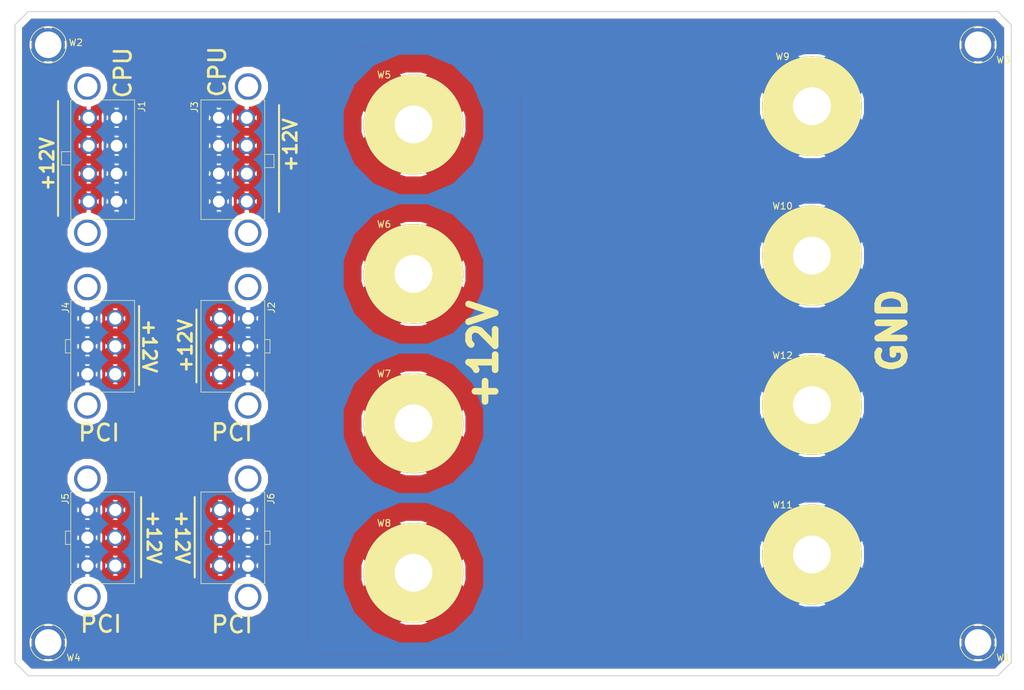
<source format=kicad_pcb>
(kicad_pcb (version 20171130) (host pcbnew "(5.0.1)-3")

  (general
    (thickness 2.5)
    (drawings 28)
    (tracks 0)
    (zones 0)
    (modules 18)
    (nets 3)
  )

  (page A4)
  (layers
    (0 F.Cu signal)
    (31 B.Cu signal)
    (32 B.Adhes user)
    (33 F.Adhes user)
    (34 B.Paste user)
    (35 F.Paste user)
    (36 B.SilkS user)
    (37 F.SilkS user)
    (38 B.Mask user)
    (39 F.Mask user)
    (40 Dwgs.User user)
    (41 Cmts.User user)
    (42 Eco1.User user)
    (43 Eco2.User user)
    (44 Edge.Cuts user)
    (45 Margin user)
    (46 B.CrtYd user)
    (47 F.CrtYd user)
    (48 B.Fab user)
    (49 F.Fab user)
  )

  (setup
    (last_trace_width 0.25)
    (trace_clearance 0.2)
    (zone_clearance 1)
    (zone_45_only yes)
    (trace_min 0.2)
    (segment_width 0.3)
    (edge_width 0.15)
    (via_size 0.8)
    (via_drill 0.4)
    (via_min_size 0.4)
    (via_min_drill 0.3)
    (uvia_size 0.3)
    (uvia_drill 0.1)
    (uvias_allowed no)
    (uvia_min_size 0.2)
    (uvia_min_drill 0.1)
    (pcb_text_width 0.3)
    (pcb_text_size 1.5 1.5)
    (mod_edge_width 0.15)
    (mod_text_size 1 1)
    (mod_text_width 0.15)
    (pad_size 30 90)
    (pad_drill 0)
    (pad_to_mask_clearance 0.051)
    (solder_mask_min_width 0.25)
    (aux_axis_origin 4.99872 144.99844)
    (visible_elements 7FFFFFFF)
    (pcbplotparams
      (layerselection 0x3d0ff_ffffffff)
      (usegerberextensions false)
      (usegerberattributes false)
      (usegerberadvancedattributes false)
      (creategerberjobfile false)
      (excludeedgelayer true)
      (linewidth 0.100000)
      (plotframeref false)
      (viasonmask false)
      (mode 1)
      (useauxorigin true)
      (hpglpennumber 1)
      (hpglpenspeed 20)
      (hpglpendiameter 15.000000)
      (psnegative false)
      (psa4output false)
      (plotreference true)
      (plotvalue true)
      (plotinvisibletext false)
      (padsonsilk false)
      (subtractmaskfromsilk false)
      (outputformat 1)
      (mirror false)
      (drillshape 0)
      (scaleselection 1)
      (outputdirectory "../production_files/drill/"))
  )

  (net 0 "")
  (net 1 +12V)
  (net 2 GND)

  (net_class Default "This is the default net class."
    (clearance 0.2)
    (trace_width 0.25)
    (via_dia 0.8)
    (via_drill 0.4)
    (uvia_dia 0.3)
    (uvia_drill 0.1)
    (add_net +12V)
    (add_net GND)
  )

  (module discovery:CONN_02x03_4.2mm (layer F.Cu) (tedit 5CADEB94) (tstamp 5CAE7DC3)
    (at 28 93.5 270)
    (path /5CAE0E4E)
    (fp_text reference J2 (at 1.0668 -10.6172 90) (layer F.SilkS)
      (effects (font (size 1 1) (thickness 0.15)))
    )
    (fp_text value Conn_02x03_PCIe (at 6.8961 -11.176 270) (layer F.Fab)
      (effects (font (size 0.75 0.75) (thickness 0.125)))
    )
    (fp_line (start 13.8 -9.6) (end 0 -9.6) (layer F.SilkS) (width 0.1))
    (fp_line (start 13.8 0) (end 13.8 -9.6) (layer F.SilkS) (width 0.1))
    (fp_line (start 0 0) (end 13.8 0) (layer F.SilkS) (width 0.1))
    (fp_line (start 0 -9.6) (end 0 0) (layer F.SilkS) (width 0.1))
    (fp_line (start 7.9 -10.4) (end 7.9 -9.6) (layer F.SilkS) (width 0.1))
    (fp_line (start 5.9 -10.4) (end 7.9 -10.4) (layer F.SilkS) (width 0.1))
    (fp_line (start 5.9 -9.6) (end 5.9 -10.4) (layer F.SilkS) (width 0.1))
    (fp_line (start 17.8 -10.45) (end -4 -10.45) (layer F.CrtYd) (width 0.1))
    (fp_line (start 17.8 0.05) (end 17.8 -10.45) (layer F.CrtYd) (width 0.1))
    (fp_line (start -4 0.05) (end 17.8 0.05) (layer F.CrtYd) (width 0.1))
    (fp_line (start -4 -10.45) (end -4 0.05) (layer F.CrtYd) (width 0.1))
    (pad "" np_thru_hole circle (at -2 -7.1 270) (size 4 4) (drill 3.03) (layers *.Cu *.Mask))
    (pad "" np_thru_hole circle (at 15.8 -7.1 270) (size 4 4) (drill 3.03) (layers *.Cu *.Mask))
    (pad 1 thru_hole circle (at 11.1 -2.9 270) (size 2.5 2.5) (drill 1.85) (layers *.Cu *.Mask)
      (net 1 +12V))
    (pad 2 thru_hole circle (at 6.9 -2.9 270) (size 2.5 2.5) (drill 1.85) (layers *.Cu *.Mask)
      (net 1 +12V))
    (pad 3 thru_hole circle (at 2.7 -2.9 270) (size 2.5 2.5) (drill 1.85) (layers *.Cu *.Mask)
      (net 1 +12V))
    (pad 4 thru_hole circle (at 11.1 -7.1 270) (size 2.5 2.5) (drill 1.85) (layers *.Cu *.Mask)
      (net 2 GND))
    (pad 5 thru_hole circle (at 6.9 -7.1 270) (size 2.5 2.5) (drill 1.85) (layers *.Cu *.Mask)
      (net 2 GND))
    (pad 6 thru_hole circle (at 2.7 -7.1 270) (size 2.5 2.5) (drill 1.85) (layers *.Cu *.Mask)
      (net 2 GND))
  )

  (module discovery:CONN_02x03_4.2mm (layer F.Cu) (tedit 5CADEB6A) (tstamp 5CAE7DDA)
    (at 18 107.3 90)
    (path /5CAEF7E4)
    (fp_text reference J4 (at 12.71672 -10.37492 90) (layer F.SilkS)
      (effects (font (size 1 1) (thickness 0.15)))
    )
    (fp_text value Conn_02x03_PCIe (at 6.8961 -11.176 90) (layer F.Fab)
      (effects (font (size 0.75 0.75) (thickness 0.125)))
    )
    (fp_line (start -4 -10.45) (end -4 0.05) (layer F.CrtYd) (width 0.1))
    (fp_line (start -4 0.05) (end 17.8 0.05) (layer F.CrtYd) (width 0.1))
    (fp_line (start 17.8 0.05) (end 17.8 -10.45) (layer F.CrtYd) (width 0.1))
    (fp_line (start 17.8 -10.45) (end -4 -10.45) (layer F.CrtYd) (width 0.1))
    (fp_line (start 5.9 -9.6) (end 5.9 -10.4) (layer F.SilkS) (width 0.1))
    (fp_line (start 5.9 -10.4) (end 7.9 -10.4) (layer F.SilkS) (width 0.1))
    (fp_line (start 7.9 -10.4) (end 7.9 -9.6) (layer F.SilkS) (width 0.1))
    (fp_line (start 0 -9.6) (end 0 0) (layer F.SilkS) (width 0.1))
    (fp_line (start 0 0) (end 13.8 0) (layer F.SilkS) (width 0.1))
    (fp_line (start 13.8 0) (end 13.8 -9.6) (layer F.SilkS) (width 0.1))
    (fp_line (start 13.8 -9.6) (end 0 -9.6) (layer F.SilkS) (width 0.1))
    (pad 6 thru_hole circle (at 2.7 -7.1 90) (size 2.5 2.5) (drill 1.85) (layers *.Cu *.Mask)
      (net 2 GND))
    (pad 5 thru_hole circle (at 6.9 -7.1 90) (size 2.5 2.5) (drill 1.85) (layers *.Cu *.Mask)
      (net 2 GND))
    (pad 4 thru_hole circle (at 11.1 -7.1 90) (size 2.5 2.5) (drill 1.85) (layers *.Cu *.Mask)
      (net 2 GND))
    (pad 3 thru_hole circle (at 2.7 -2.9 90) (size 2.5 2.5) (drill 1.85) (layers *.Cu *.Mask)
      (net 1 +12V))
    (pad 2 thru_hole circle (at 6.9 -2.9 90) (size 2.5 2.5) (drill 1.85) (layers *.Cu *.Mask)
      (net 1 +12V))
    (pad 1 thru_hole circle (at 11.1 -2.9 90) (size 2.5 2.5) (drill 1.85) (layers *.Cu *.Mask)
      (net 1 +12V))
    (pad "" np_thru_hole circle (at 15.8 -7.1 90) (size 4 4) (drill 3.03) (layers *.Cu *.Mask))
    (pad "" np_thru_hole circle (at -2 -7.1 90) (size 4 4) (drill 3.03) (layers *.Cu *.Mask))
  )

  (module discovery:CONN_02x03_4.2mm (layer F.Cu) (tedit 5CADE72A) (tstamp 5CAE7DF1)
    (at 18 136.1326 90)
    (path /5CAF9889)
    (fp_text reference J5 (at 12.74572 -10.42064 90) (layer F.SilkS)
      (effects (font (size 1 1) (thickness 0.15)))
    )
    (fp_text value Conn_02x03_PCIe (at 6.8961 -11.176 90) (layer F.Fab)
      (effects (font (size 0.75 0.75) (thickness 0.125)))
    )
    (fp_line (start 13.8 -9.6) (end 0 -9.6) (layer F.SilkS) (width 0.1))
    (fp_line (start 13.8 0) (end 13.8 -9.6) (layer F.SilkS) (width 0.1))
    (fp_line (start 0 0) (end 13.8 0) (layer F.SilkS) (width 0.1))
    (fp_line (start 0 -9.6) (end 0 0) (layer F.SilkS) (width 0.1))
    (fp_line (start 7.9 -10.4) (end 7.9 -9.6) (layer F.SilkS) (width 0.1))
    (fp_line (start 5.9 -10.4) (end 7.9 -10.4) (layer F.SilkS) (width 0.1))
    (fp_line (start 5.9 -9.6) (end 5.9 -10.4) (layer F.SilkS) (width 0.1))
    (fp_line (start 17.8 -10.45) (end -4 -10.45) (layer F.CrtYd) (width 0.1))
    (fp_line (start 17.8 0.05) (end 17.8 -10.45) (layer F.CrtYd) (width 0.1))
    (fp_line (start -4 0.05) (end 17.8 0.05) (layer F.CrtYd) (width 0.1))
    (fp_line (start -4 -10.45) (end -4 0.05) (layer F.CrtYd) (width 0.1))
    (pad "" np_thru_hole circle (at -2 -7.1 90) (size 4 4) (drill 3.03) (layers *.Cu *.Mask))
    (pad "" np_thru_hole circle (at 15.8 -7.1 90) (size 4 4) (drill 3.03) (layers *.Cu *.Mask))
    (pad 1 thru_hole circle (at 11.1 -2.9 90) (size 2.5 2.5) (drill 1.85) (layers *.Cu *.Mask)
      (net 1 +12V))
    (pad 2 thru_hole circle (at 6.9 -2.9 90) (size 2.5 2.5) (drill 1.85) (layers *.Cu *.Mask)
      (net 1 +12V))
    (pad 3 thru_hole circle (at 2.7 -2.9 90) (size 2.5 2.5) (drill 1.85) (layers *.Cu *.Mask)
      (net 1 +12V))
    (pad 4 thru_hole circle (at 11.1 -7.1 90) (size 2.5 2.5) (drill 1.85) (layers *.Cu *.Mask)
      (net 2 GND))
    (pad 5 thru_hole circle (at 6.9 -7.1 90) (size 2.5 2.5) (drill 1.85) (layers *.Cu *.Mask)
      (net 2 GND))
    (pad 6 thru_hole circle (at 2.7 -7.1 90) (size 2.5 2.5) (drill 1.85) (layers *.Cu *.Mask)
      (net 2 GND))
  )

  (module discovery:CONN_02x03_4.2mm (layer F.Cu) (tedit 5CADE72A) (tstamp 5CAE7E08)
    (at 28 122.3326 270)
    (path /5CAF98AB)
    (fp_text reference J6 (at 1.02108 -10.54196 270) (layer F.SilkS)
      (effects (font (size 1 1) (thickness 0.15)))
    )
    (fp_text value Conn_02x03_PCIe (at 6.8961 -11.176 270) (layer F.Fab)
      (effects (font (size 0.75 0.75) (thickness 0.125)))
    )
    (fp_line (start -4 -10.45) (end -4 0.05) (layer F.CrtYd) (width 0.1))
    (fp_line (start -4 0.05) (end 17.8 0.05) (layer F.CrtYd) (width 0.1))
    (fp_line (start 17.8 0.05) (end 17.8 -10.45) (layer F.CrtYd) (width 0.1))
    (fp_line (start 17.8 -10.45) (end -4 -10.45) (layer F.CrtYd) (width 0.1))
    (fp_line (start 5.9 -9.6) (end 5.9 -10.4) (layer F.SilkS) (width 0.1))
    (fp_line (start 5.9 -10.4) (end 7.9 -10.4) (layer F.SilkS) (width 0.1))
    (fp_line (start 7.9 -10.4) (end 7.9 -9.6) (layer F.SilkS) (width 0.1))
    (fp_line (start 0 -9.6) (end 0 0) (layer F.SilkS) (width 0.1))
    (fp_line (start 0 0) (end 13.8 0) (layer F.SilkS) (width 0.1))
    (fp_line (start 13.8 0) (end 13.8 -9.6) (layer F.SilkS) (width 0.1))
    (fp_line (start 13.8 -9.6) (end 0 -9.6) (layer F.SilkS) (width 0.1))
    (pad 6 thru_hole circle (at 2.7 -7.1 270) (size 2.5 2.5) (drill 1.85) (layers *.Cu *.Mask)
      (net 2 GND))
    (pad 5 thru_hole circle (at 6.9 -7.1 270) (size 2.5 2.5) (drill 1.85) (layers *.Cu *.Mask)
      (net 2 GND))
    (pad 4 thru_hole circle (at 11.1 -7.1 270) (size 2.5 2.5) (drill 1.85) (layers *.Cu *.Mask)
      (net 2 GND))
    (pad 3 thru_hole circle (at 2.7 -2.9 270) (size 2.5 2.5) (drill 1.85) (layers *.Cu *.Mask)
      (net 1 +12V))
    (pad 2 thru_hole circle (at 6.9 -2.9 270) (size 2.5 2.5) (drill 1.85) (layers *.Cu *.Mask)
      (net 1 +12V))
    (pad 1 thru_hole circle (at 11.1 -2.9 270) (size 2.5 2.5) (drill 1.85) (layers *.Cu *.Mask)
      (net 1 +12V))
    (pad "" np_thru_hole circle (at 15.8 -7.1 270) (size 4 4) (drill 3.03) (layers *.Cu *.Mask))
    (pad "" np_thru_hole circle (at -2 -7.1 270) (size 4 4) (drill 3.03) (layers *.Cu *.Mask))
  )

  (module discovery:CONN_02x04_4.2mm (layer F.Cu) (tedit 5CADE874) (tstamp 5CAE7ECD)
    (at 18 81.3 90)
    (path /5C48C101)
    (fp_text reference J1 (at 17.00276 1.07696 270) (layer F.SilkS)
      (effects (font (size 1 1) (thickness 0.15)))
    )
    (fp_text value Conn_02x04_CPU (at 10.69848 0.8509 90) (layer F.Fab)
      (effects (font (size 1 1) (thickness 0.15)))
    )
    (fp_line (start 10.2 -11) (end 10.2 -9.6) (layer F.SilkS) (width 0.1))
    (fp_line (start 8.2 -11) (end 10.2 -11) (layer F.SilkS) (width 0.1))
    (fp_line (start 8.2 -11) (end 8.2 -9.6) (layer F.SilkS) (width 0.1))
    (fp_line (start 22 -11.05) (end -4 -11.05) (layer F.CrtYd) (width 0.1))
    (fp_line (start 22 0.1) (end 22 -11.05) (layer F.CrtYd) (width 0.1))
    (fp_line (start -4 0.1) (end 22 0.1) (layer F.CrtYd) (width 0.1))
    (fp_line (start -4 -11.05) (end -4 0.1) (layer F.CrtYd) (width 0.1))
    (fp_line (start 0 -9.6) (end 18 -9.6) (layer F.SilkS) (width 0.1))
    (fp_line (start 18 0) (end 18 -9.6) (layer F.SilkS) (width 0.1))
    (fp_line (start 0 0) (end 18 0) (layer F.SilkS) (width 0.1))
    (fp_line (start 0 0) (end 0 -9.6) (layer F.SilkS) (width 0.1))
    (pad 8 thru_hole circle (at 2.7 -6.9 90) (size 2.5 2.5) (drill 1.8) (layers *.Cu *.Mask)
      (net 1 +12V))
    (pad 7 thru_hole circle (at 6.9 -6.9 90) (size 2.5 2.5) (drill 1.8) (layers *.Cu *.Mask)
      (net 1 +12V))
    (pad 6 thru_hole circle (at 11.1 -6.9 90) (size 2.5 2.5) (drill 1.8) (layers *.Cu *.Mask)
      (net 1 +12V))
    (pad 5 thru_hole circle (at 15.3 -6.9 90) (size 2.5 2.5) (drill 1.8) (layers *.Cu *.Mask)
      (net 1 +12V))
    (pad 4 thru_hole circle (at 2.7 -2.7 90) (size 2.5 2.5) (drill 1.8) (layers *.Cu *.Mask)
      (net 2 GND))
    (pad 3 thru_hole circle (at 6.9 -2.7 90) (size 2.5 2.5) (drill 1.8) (layers *.Cu *.Mask)
      (net 2 GND))
    (pad 2 thru_hole circle (at 11.1 -2.7 90) (size 2.5 2.5) (drill 1.8) (layers *.Cu *.Mask)
      (net 2 GND))
    (pad 1 thru_hole circle (at 15.3 -2.7 90) (size 2.5 2.5) (drill 1.8) (layers *.Cu *.Mask)
      (net 2 GND))
    (pad "" np_thru_hole circle (at 20 -7.1 90) (size 4 4) (drill 3.03) (layers *.Cu *.Mask))
    (pad "" np_thru_hole circle (at -2 -7.1 90) (size 4 4) (drill 3.03) (layers *.Cu *.Mask))
  )

  (module discovery:CONN_02x04_4.2mm (layer F.Cu) (tedit 5CADE874) (tstamp 5CAE7EE5)
    (at 28 63.3 270)
    (path /5C48C722)
    (fp_text reference J3 (at 1.0922 0.97028 270) (layer F.SilkS)
      (effects (font (size 1 1) (thickness 0.15)))
    )
    (fp_text value Conn_02x04_CPU (at 10.69848 0.8509 270) (layer F.Fab)
      (effects (font (size 1 1) (thickness 0.15)))
    )
    (fp_line (start 0 0) (end 0 -9.6) (layer F.SilkS) (width 0.1))
    (fp_line (start 0 0) (end 18 0) (layer F.SilkS) (width 0.1))
    (fp_line (start 18 0) (end 18 -9.6) (layer F.SilkS) (width 0.1))
    (fp_line (start 0 -9.6) (end 18 -9.6) (layer F.SilkS) (width 0.1))
    (fp_line (start -4 -11.05) (end -4 0.1) (layer F.CrtYd) (width 0.1))
    (fp_line (start -4 0.1) (end 22 0.1) (layer F.CrtYd) (width 0.1))
    (fp_line (start 22 0.1) (end 22 -11.05) (layer F.CrtYd) (width 0.1))
    (fp_line (start 22 -11.05) (end -4 -11.05) (layer F.CrtYd) (width 0.1))
    (fp_line (start 8.2 -11) (end 8.2 -9.6) (layer F.SilkS) (width 0.1))
    (fp_line (start 8.2 -11) (end 10.2 -11) (layer F.SilkS) (width 0.1))
    (fp_line (start 10.2 -11) (end 10.2 -9.6) (layer F.SilkS) (width 0.1))
    (pad "" np_thru_hole circle (at -2 -7.1 270) (size 4 4) (drill 3.03) (layers *.Cu *.Mask))
    (pad "" np_thru_hole circle (at 20 -7.1 270) (size 4 4) (drill 3.03) (layers *.Cu *.Mask))
    (pad 1 thru_hole circle (at 15.3 -2.7 270) (size 2.5 2.5) (drill 1.8) (layers *.Cu *.Mask)
      (net 2 GND))
    (pad 2 thru_hole circle (at 11.1 -2.7 270) (size 2.5 2.5) (drill 1.8) (layers *.Cu *.Mask)
      (net 2 GND))
    (pad 3 thru_hole circle (at 6.9 -2.7 270) (size 2.5 2.5) (drill 1.8) (layers *.Cu *.Mask)
      (net 2 GND))
    (pad 4 thru_hole circle (at 2.7 -2.7 270) (size 2.5 2.5) (drill 1.8) (layers *.Cu *.Mask)
      (net 2 GND))
    (pad 5 thru_hole circle (at 15.3 -6.9 270) (size 2.5 2.5) (drill 1.8) (layers *.Cu *.Mask)
      (net 1 +12V))
    (pad 6 thru_hole circle (at 11.1 -6.9 270) (size 2.5 2.5) (drill 1.8) (layers *.Cu *.Mask)
      (net 1 +12V))
    (pad 7 thru_hole circle (at 6.9 -6.9 270) (size 2.5 2.5) (drill 1.8) (layers *.Cu *.Mask)
      (net 1 +12V))
    (pad 8 thru_hole circle (at 2.7 -6.9 270) (size 2.5 2.5) (drill 1.8) (layers *.Cu *.Mask)
      (net 1 +12V))
  )

  (module discovery:FixingPoint_Plated_Hole_D4.0mm (layer F.Cu) (tedit 5CAB4113) (tstamp 5CAE7EFD)
    (at 145 145)
    (descr "Plated Hole as fixing Point, diameter 4.0mm")
    (tags "fixing point plated hole")
    (path /5C4F6750)
    (attr virtual)
    (fp_text reference W1 (at 3.81878 2.29224) (layer F.SilkS)
      (effects (font (size 1 1) (thickness 0.15)))
    )
    (fp_text value "Fixing hole" (at 0 3.55) (layer F.Fab)
      (effects (font (size 1 1) (thickness 0.15)))
    )
    (fp_circle (center 0 0) (end 0 2.75) (layer F.SilkS) (width 0.12))
    (fp_circle (center 0 0) (end 3 0) (layer F.CrtYd) (width 0.05))
    (fp_text user %R (at 0 -3.55) (layer F.Fab)
      (effects (font (size 1 1) (thickness 0.15)))
    )
    (pad 1 thru_hole circle (at 0 0) (size 5 5) (drill 4) (layers *.Cu *.Mask)
      (net 2 GND))
  )

  (module discovery:FixingPoint_Plated_Hole_D4.0mm (layer F.Cu) (tedit 5CAB4113) (tstamp 5CAE7F04)
    (at 5 55)
    (descr "Plated Hole as fixing Point, diameter 4.0mm")
    (tags "fixing point plated hole")
    (path /5C4FA49E)
    (attr virtual)
    (fp_text reference W2 (at 4.16432 -0.32904) (layer F.SilkS)
      (effects (font (size 1 1) (thickness 0.15)))
    )
    (fp_text value "Fixing hole" (at 0 3.55) (layer F.Fab)
      (effects (font (size 1 1) (thickness 0.15)))
    )
    (fp_text user %R (at 0 -3.55) (layer F.Fab)
      (effects (font (size 1 1) (thickness 0.15)))
    )
    (fp_circle (center 0 0) (end 3 0) (layer F.CrtYd) (width 0.05))
    (fp_circle (center 0 0) (end 0 2.75) (layer F.SilkS) (width 0.12))
    (pad 1 thru_hole circle (at 0 0) (size 5 5) (drill 4) (layers *.Cu *.Mask)
      (net 2 GND))
  )

  (module discovery:FixingPoint_Plated_Hole_D4.0mm (layer F.Cu) (tedit 5CAB4113) (tstamp 5CAE7F0B)
    (at 145 55)
    (descr "Plated Hole as fixing Point, diameter 4.0mm")
    (tags "fixing point plated hole")
    (path /5C4FD7CA)
    (attr virtual)
    (fp_text reference W3 (at 3.81878 2.29224) (layer F.SilkS)
      (effects (font (size 1 1) (thickness 0.15)))
    )
    (fp_text value "Fixing hole" (at 0 3.55) (layer F.Fab)
      (effects (font (size 1 1) (thickness 0.15)))
    )
    (fp_circle (center 0 0) (end 0 2.75) (layer F.SilkS) (width 0.12))
    (fp_circle (center 0 0) (end 3 0) (layer F.CrtYd) (width 0.05))
    (fp_text user %R (at 0 -3.55) (layer F.Fab)
      (effects (font (size 1 1) (thickness 0.15)))
    )
    (pad 1 thru_hole circle (at 0 0) (size 5 5) (drill 4) (layers *.Cu *.Mask)
      (net 2 GND))
  )

  (module discovery:FixingPoint_Plated_Hole_D4.0mm (layer F.Cu) (tedit 5CAB4113) (tstamp 5CAE7F12)
    (at 5 145)
    (descr "Plated Hole as fixing Point, diameter 4.0mm")
    (tags "fixing point plated hole")
    (path /5C4FD7D7)
    (attr virtual)
    (fp_text reference W4 (at 3.81878 2.29224) (layer F.SilkS)
      (effects (font (size 1 1) (thickness 0.15)))
    )
    (fp_text value "Fixing hole" (at 0 3.55) (layer F.Fab)
      (effects (font (size 1 1) (thickness 0.15)))
    )
    (fp_text user %R (at 0 -3.55) (layer F.Fab)
      (effects (font (size 1 1) (thickness 0.15)))
    )
    (fp_circle (center 0 0) (end 3 0) (layer F.CrtYd) (width 0.05))
    (fp_circle (center 0 0) (end 0 2.75) (layer F.SilkS) (width 0.12))
    (pad 1 thru_hole circle (at 0 0) (size 5 5) (drill 4) (layers *.Cu *.Mask)
      (net 2 GND))
  )

  (module discovery:fixing_hole (layer F.Cu) (tedit 5CADEEBD) (tstamp 5CAED1FF)
    (at 60 67)
    (path /5C7065CC)
    (fp_text reference W5 (at -4.4323 -7.4676) (layer F.SilkS)
      (effects (font (size 1 1) (thickness 0.15)))
    )
    (fp_text value "Cable hole" (at 5.3721 8.3312) (layer F.Fab)
      (effects (font (size 1 1) (thickness 0.15)))
    )
    (fp_circle (center 0 0) (end 7.6 0) (layer F.CrtYd) (width 0.1))
    (pad 1 thru_hole circle (at 0 0) (size 15 15) (drill 5.7) (layers *.Cu *.Mask F.SilkS)
      (net 1 +12V))
  )

  (module discovery:fixing_hole (layer F.Cu) (tedit 5CADEEBD) (tstamp 5CAED205)
    (at 60 89.5)
    (path /5C706602)
    (fp_text reference W6 (at -4.4323 -7.4676) (layer F.SilkS)
      (effects (font (size 1 1) (thickness 0.15)))
    )
    (fp_text value "Cable hole" (at 5.3721 8.3312) (layer F.Fab)
      (effects (font (size 1 1) (thickness 0.15)))
    )
    (fp_circle (center 0 0) (end 7.6 0) (layer F.CrtYd) (width 0.1))
    (pad 1 thru_hole circle (at 0 0) (size 15 15) (drill 5.7) (layers *.Cu *.Mask F.SilkS)
      (net 1 +12V))
  )

  (module discovery:fixing_hole (layer F.Cu) (tedit 5CADEEBD) (tstamp 5CAED20B)
    (at 60 112)
    (path /5C70664A)
    (fp_text reference W7 (at -4.4323 -7.4676) (layer F.SilkS)
      (effects (font (size 1 1) (thickness 0.15)))
    )
    (fp_text value "Cable hole" (at 5.3721 8.3312) (layer F.Fab)
      (effects (font (size 1 1) (thickness 0.15)))
    )
    (fp_circle (center 0 0) (end 7.6 0) (layer F.CrtYd) (width 0.1))
    (pad 1 thru_hole circle (at 0 0) (size 15 15) (drill 5.7) (layers *.Cu *.Mask F.SilkS)
      (net 1 +12V))
  )

  (module discovery:fixing_hole (layer F.Cu) (tedit 5CADEEBD) (tstamp 5CAED211)
    (at 60 134.5)
    (path /5C706806)
    (fp_text reference W8 (at -4.4323 -7.4676) (layer F.SilkS)
      (effects (font (size 1 1) (thickness 0.15)))
    )
    (fp_text value "Cable hole" (at 5.3721 8.3312) (layer F.Fab)
      (effects (font (size 1 1) (thickness 0.15)))
    )
    (fp_circle (center 0 0) (end 7.6 0) (layer F.CrtYd) (width 0.1))
    (pad 1 thru_hole circle (at 0 0) (size 15 15) (drill 5.7) (layers *.Cu *.Mask F.SilkS)
      (net 1 +12V))
  )

  (module discovery:fixing_hole (layer F.Cu) (tedit 5CADEEBD) (tstamp 5CAED2B8)
    (at 120 64.25)
    (path /5C70680C)
    (fp_text reference W9 (at -4.4323 -7.4676) (layer F.SilkS)
      (effects (font (size 1 1) (thickness 0.15)))
    )
    (fp_text value "Cable hole" (at 5.3721 8.3312) (layer F.Fab)
      (effects (font (size 1 1) (thickness 0.15)))
    )
    (fp_circle (center 0 0) (end 7.6 0) (layer F.CrtYd) (width 0.1))
    (pad 1 thru_hole circle (at 0 0) (size 15 15) (drill 5.7) (layers *.Cu *.Mask F.SilkS)
      (net 2 GND))
  )

  (module discovery:fixing_hole (layer F.Cu) (tedit 5CADEEBD) (tstamp 5CAED2BE)
    (at 120 86.75)
    (path /5C706812)
    (fp_text reference W10 (at -4.4323 -7.4676) (layer F.SilkS)
      (effects (font (size 1 1) (thickness 0.15)))
    )
    (fp_text value "Cable hole" (at 5.3721 8.3312) (layer F.Fab)
      (effects (font (size 1 1) (thickness 0.15)))
    )
    (fp_circle (center 0 0) (end 7.6 0) (layer F.CrtYd) (width 0.1))
    (pad 1 thru_hole circle (at 0 0) (size 15 15) (drill 5.7) (layers *.Cu *.Mask F.SilkS)
      (net 2 GND))
  )

  (module discovery:fixing_hole (layer F.Cu) (tedit 5CADEEBD) (tstamp 5CAED2C4)
    (at 120 131.75)
    (path /5C706818)
    (fp_text reference W11 (at -4.4323 -7.4676) (layer F.SilkS)
      (effects (font (size 1 1) (thickness 0.15)))
    )
    (fp_text value "Cable hole" (at 5.3721 8.3312) (layer F.Fab)
      (effects (font (size 1 1) (thickness 0.15)))
    )
    (fp_circle (center 0 0) (end 7.6 0) (layer F.CrtYd) (width 0.1))
    (pad 1 thru_hole circle (at 0 0) (size 15 15) (drill 5.7) (layers *.Cu *.Mask F.SilkS)
      (net 2 GND))
  )

  (module discovery:fixing_hole (layer F.Cu) (tedit 5CADEEBD) (tstamp 5CAED2CA)
    (at 120 109.25)
    (path /5C706696)
    (fp_text reference W12 (at -4.4323 -7.4676) (layer F.SilkS)
      (effects (font (size 1 1) (thickness 0.15)))
    )
    (fp_text value "Cable hole" (at 5.3721 8.3312) (layer F.Fab)
      (effects (font (size 1 1) (thickness 0.15)))
    )
    (fp_circle (center 0 0) (end 7.6 0) (layer F.CrtYd) (width 0.1))
    (pad 1 thru_hole circle (at 0 0) (size 15 15) (drill 5.7) (layers *.Cu *.Mask F.SilkS)
      (net 2 GND))
  )

  (gr_text +12V (at 25.20188 129.14252 270) (layer F.SilkS) (tstamp 5C742724)
    (effects (font (size 2 2) (thickness 0.4)))
  )
  (gr_text +12V (at 20.90424 129.14252 270) (layer F.SilkS) (tstamp 5C742722)
    (effects (font (size 2 2) (thickness 0.4)))
  )
  (gr_text +12V (at 25.65904 100.33892 90) (layer F.SilkS) (tstamp 5C742720)
    (effects (font (size 2 2) (thickness 0.4)))
  )
  (gr_text +12V (at 20.24888 100.35416 270) (layer F.SilkS) (tstamp 5C74271E)
    (effects (font (size 2 2) (thickness 0.4)))
  )
  (gr_text +12V (at 41.44768 70.10908 90) (layer F.SilkS) (tstamp 5C74271C)
    (effects (font (size 2 2) (thickness 0.4)))
  )
  (gr_text +12V (at 4.85136 72.94756 90) (layer F.SilkS)
    (effects (font (size 2 2) (thickness 0.4)))
  )
  (gr_line (start 39.75768 64.09312) (end 39.75768 80.151) (layer F.SilkS) (width 0.3))
  (gr_line (start 6.48616 63.46828) (end 6.48616 80.77584) (layer F.SilkS) (width 0.3))
  (gr_line (start 27.32004 94.86776) (end 27.32004 105.83548) (layer F.SilkS) (width 0.3))
  (gr_line (start 18.68524 106.22156) (end 18.68524 94.34452) (layer F.SilkS) (width 0.3))
  (gr_line (start 18.99412 135.19788) (end 18.99412 123.09224) (layer F.SilkS) (width 0.3))
  (gr_line (start 27.05956 135.19788) (end 27.05956 123.09224) (layer F.SilkS) (width 0.3))
  (gr_text "GND\n" (at 132.1 98.01 90) (layer F.SilkS)
    (effects (font (size 4 4) (thickness 1)))
  )
  (gr_text +12V (at 70.5 101.65 90) (layer F.SilkS)
    (effects (font (size 4 4) (thickness 1)))
  )
  (gr_text PCI (at 32.67964 142.31224) (layer F.SilkS) (tstamp 5C4B5A7A)
    (effects (font (size 2.5 2.5) (thickness 0.4)))
  )
  (gr_text PCI (at 12.94892 142.2286) (layer F.SilkS) (tstamp 5C4B5A77)
    (effects (font (size 2.5 2.5) (thickness 0.4)))
  )
  (gr_text PCI (at 32.65932 113.38436) (layer F.SilkS) (tstamp 5C4B5A75)
    (effects (font (size 2.5 2.5) (thickness 0.4)))
  )
  (gr_text PCI (at 12.65936 113.43516) (layer F.SilkS) (tstamp 5C4B5A65)
    (effects (font (size 2.5 2.5) (thickness 0.4)))
  )
  (gr_text CPU (at 30.46984 59.06008 90) (layer F.SilkS) (tstamp 5C4B5A44)
    (effects (font (size 2.5 2.5) (thickness 0.4)))
  )
  (gr_text CPU (at 16.25092 59.21248 90) (layer F.SilkS)
    (effects (font (size 2.5 2.5) (thickness 0.4)))
  )
  (gr_line (start 148 150) (end 150 148) (layer Edge.Cuts) (width 0.15))
  (gr_line (start 148 50) (end 150 52) (layer Edge.Cuts) (width 0.15))
  (gr_line (start 0 52) (end 2 50) (layer Edge.Cuts) (width 0.15))
  (gr_line (start 0 148) (end 2 150) (layer Edge.Cuts) (width 0.15))
  (gr_line (start 2 50) (end 148 50) (layer Edge.Cuts) (width 0.15))
  (gr_line (start 0 148) (end 0 52) (layer Edge.Cuts) (width 0.15))
  (gr_line (start 2 150) (end 148 150) (layer Edge.Cuts) (width 0.15))
  (gr_line (start 150 52) (end 150 148) (layer Edge.Cuts) (width 0.15))

  (zone (net 2) (net_name GND) (layer B.Cu) (tstamp 5CAED35D) (hatch edge 0.508)
    (connect_pads (clearance 1))
    (min_thickness 0.254)
    (fill yes (arc_segments 16) (thermal_gap 0.255) (thermal_bridge_width 90))
    (polygon
      (pts
        (xy 0.80264 48.26) (xy 148.37664 48.26) (xy 151.93264 51.816) (xy 151.93264 147.7264) (xy 147.53336 152.12568)
        (xy 1.68656 152.12568) (xy -2.25552 148.1836) (xy -2.25552 51.37912)
      )
    )
    (filled_polygon
      (pts
        (xy 148.798 52.497885) (xy 148.798001 147.502114) (xy 147.502116 148.798) (xy 2.497885 148.798) (xy 1.389306 147.689421)
        (xy 4.078346 147.689421) (xy 4.448154 147.886178) (xy 5.551846 147.886178) (xy 5.921654 147.689421) (xy 144.078346 147.689421)
        (xy 144.448154 147.886178) (xy 145.551846 147.886178) (xy 145.921654 147.689421) (xy 145 146.767767) (xy 144.078346 147.689421)
        (xy 5.921654 147.689421) (xy 5 146.767767) (xy 4.078346 147.689421) (xy 1.389306 147.689421) (xy 1.202 147.502116)
        (xy 1.202 144.448154) (xy 2.113822 144.448154) (xy 2.113822 145.551846) (xy 2.310579 145.921654) (xy 3.232233 145)
        (xy 6.767767 145) (xy 7.689421 145.921654) (xy 7.886178 145.551846) (xy 7.886178 144.448154) (xy 7.689421 144.078346)
        (xy 6.767767 145) (xy 3.232233 145) (xy 2.310579 144.078346) (xy 2.113822 144.448154) (xy 1.202 144.448154)
        (xy 1.202 142.310579) (xy 4.078346 142.310579) (xy 5 143.232233) (xy 5.921654 142.310579) (xy 5.551846 142.113822)
        (xy 4.448154 142.113822) (xy 4.078346 142.310579) (xy 1.202 142.310579) (xy 1.202 137.510601) (xy 7.773 137.510601)
        (xy 7.773 138.754599) (xy 8.249057 139.903903) (xy 9.128697 140.783543) (xy 10.278001 141.2596) (xy 11.521999 141.2596)
        (xy 12.671303 140.783543) (xy 13.550943 139.903903) (xy 14.027 138.754599) (xy 14.027 137.510601) (xy 31.973 137.510601)
        (xy 31.973 138.754599) (xy 32.449057 139.903903) (xy 33.328697 140.783543) (xy 34.478001 141.2596) (xy 35.721999 141.2596)
        (xy 36.871303 140.783543) (xy 37.750943 139.903903) (xy 38.227 138.754599) (xy 38.227 137.510601) (xy 37.750943 136.361297)
        (xy 36.871303 135.481657) (xy 35.721999 135.0056) (xy 35.547814 135.0056) (xy 35.675281 134.891764) (xy 35.1 134.316483)
        (xy 34.524719 134.891764) (xy 34.652186 135.0056) (xy 34.478001 135.0056) (xy 33.328697 135.481657) (xy 32.449057 136.361297)
        (xy 31.973 137.510601) (xy 14.027 137.510601) (xy 13.550943 136.361297) (xy 12.671303 135.481657) (xy 11.521999 135.0056)
        (xy 11.347814 135.0056) (xy 11.475281 134.891764) (xy 10.9 134.316483) (xy 10.324719 134.891764) (xy 10.452186 135.0056)
        (xy 10.278001 135.0056) (xy 9.128697 135.481657) (xy 8.249057 136.361297) (xy 7.773 137.510601) (xy 1.202 137.510601)
        (xy 1.202 133.680326) (xy 9.254571 133.680326) (xy 9.285021 133.833409) (xy 9.440836 134.007881) (xy 10.016117 133.4326)
        (xy 11.783883 133.4326) (xy 12.359164 134.007881) (xy 12.514979 133.833409) (xy 12.545429 133.184874) (xy 12.514979 133.031791)
        (xy 12.359164 132.857319) (xy 11.783883 133.4326) (xy 10.016117 133.4326) (xy 9.440836 132.857319) (xy 9.285021 133.031791)
        (xy 9.254571 133.680326) (xy 1.202 133.680326) (xy 1.202 131.973436) (xy 10.324719 131.973436) (xy 10.9 132.548717)
        (xy 11.475281 131.973436) (xy 11.300809 131.817621) (xy 10.652274 131.787171) (xy 10.499191 131.817621) (xy 10.324719 131.973436)
        (xy 1.202 131.973436) (xy 1.202 130.691764) (xy 10.324719 130.691764) (xy 10.499191 130.847579) (xy 11.147726 130.878029)
        (xy 11.300809 130.847579) (xy 11.475281 130.691764) (xy 10.9 130.116483) (xy 10.324719 130.691764) (xy 1.202 130.691764)
        (xy 1.202 129.480326) (xy 9.254571 129.480326) (xy 9.285021 129.633409) (xy 9.440836 129.807881) (xy 10.016117 129.2326)
        (xy 11.783883 129.2326) (xy 12.359164 129.807881) (xy 12.514979 129.633409) (xy 12.545429 128.984874) (xy 12.514979 128.831791)
        (xy 12.359164 128.657319) (xy 11.783883 129.2326) (xy 10.016117 129.2326) (xy 9.440836 128.657319) (xy 9.285021 128.831791)
        (xy 9.254571 129.480326) (xy 1.202 129.480326) (xy 1.202 127.773436) (xy 10.324719 127.773436) (xy 10.9 128.348717)
        (xy 11.475281 127.773436) (xy 11.300809 127.617621) (xy 10.652274 127.587171) (xy 10.499191 127.617621) (xy 10.324719 127.773436)
        (xy 1.202 127.773436) (xy 1.202 126.491764) (xy 10.324719 126.491764) (xy 10.499191 126.647579) (xy 11.147726 126.678029)
        (xy 11.300809 126.647579) (xy 11.475281 126.491764) (xy 10.9 125.916483) (xy 10.324719 126.491764) (xy 1.202 126.491764)
        (xy 1.202 125.280326) (xy 9.254571 125.280326) (xy 9.285021 125.433409) (xy 9.440836 125.607881) (xy 10.016117 125.0326)
        (xy 11.783883 125.0326) (xy 12.359164 125.607881) (xy 12.514979 125.433409) (xy 12.545429 124.784874) (xy 12.514979 124.631791)
        (xy 12.450673 124.559785) (xy 12.723 124.559785) (xy 12.723 125.505415) (xy 13.084877 126.379062) (xy 13.753538 127.047723)
        (xy 13.958449 127.1326) (xy 13.753538 127.217477) (xy 13.084877 127.886138) (xy 12.723 128.759785) (xy 12.723 129.705415)
        (xy 13.084877 130.579062) (xy 13.753538 131.247723) (xy 13.958449 131.3326) (xy 13.753538 131.417477) (xy 13.084877 132.086138)
        (xy 12.723 132.959785) (xy 12.723 133.905415) (xy 13.084877 134.779062) (xy 13.753538 135.447723) (xy 14.627185 135.8096)
        (xy 15.572815 135.8096) (xy 16.446462 135.447723) (xy 17.115123 134.779062) (xy 17.477 133.905415) (xy 17.477 132.959785)
        (xy 17.115123 132.086138) (xy 16.446462 131.417477) (xy 16.241551 131.3326) (xy 16.446462 131.247723) (xy 17.115123 130.579062)
        (xy 17.477 129.705415) (xy 17.477 128.759785) (xy 17.115123 127.886138) (xy 16.446462 127.217477) (xy 16.241551 127.1326)
        (xy 16.446462 127.047723) (xy 17.115123 126.379062) (xy 17.477 125.505415) (xy 17.477 124.559785) (xy 28.523 124.559785)
        (xy 28.523 125.505415) (xy 28.884877 126.379062) (xy 29.553538 127.047723) (xy 29.758449 127.1326) (xy 29.553538 127.217477)
        (xy 28.884877 127.886138) (xy 28.523 128.759785) (xy 28.523 129.705415) (xy 28.884877 130.579062) (xy 29.553538 131.247723)
        (xy 29.758449 131.3326) (xy 29.553538 131.417477) (xy 28.884877 132.086138) (xy 28.523 132.959785) (xy 28.523 133.905415)
        (xy 28.884877 134.779062) (xy 29.553538 135.447723) (xy 30.427185 135.8096) (xy 31.372815 135.8096) (xy 32.246462 135.447723)
        (xy 32.915123 134.779062) (xy 33.277 133.905415) (xy 33.277 133.680326) (xy 33.454571 133.680326) (xy 33.485021 133.833409)
        (xy 33.640836 134.007881) (xy 34.216117 133.4326) (xy 35.983883 133.4326) (xy 36.559164 134.007881) (xy 36.714979 133.833409)
        (xy 36.745429 133.184874) (xy 36.714979 133.031791) (xy 36.559164 132.857319) (xy 35.983883 133.4326) (xy 34.216117 133.4326)
        (xy 33.640836 132.857319) (xy 33.485021 133.031791) (xy 33.454571 133.680326) (xy 33.277 133.680326) (xy 33.277 132.959785)
        (xy 32.915123 132.086138) (xy 32.802421 131.973436) (xy 34.524719 131.973436) (xy 35.1 132.548717) (xy 35.675281 131.973436)
        (xy 35.500809 131.817621) (xy 34.852274 131.787171) (xy 34.699191 131.817621) (xy 34.524719 131.973436) (xy 32.802421 131.973436)
        (xy 32.246462 131.417477) (xy 32.041551 131.3326) (xy 32.246462 131.247723) (xy 32.802421 130.691764) (xy 34.524719 130.691764)
        (xy 34.699191 130.847579) (xy 35.347726 130.878029) (xy 35.500809 130.847579) (xy 35.675281 130.691764) (xy 35.1 130.116483)
        (xy 34.524719 130.691764) (xy 32.802421 130.691764) (xy 32.915123 130.579062) (xy 33.277 129.705415) (xy 33.277 129.480326)
        (xy 33.454571 129.480326) (xy 33.485021 129.633409) (xy 33.640836 129.807881) (xy 34.216117 129.2326) (xy 35.983883 129.2326)
        (xy 36.559164 129.807881) (xy 36.714979 129.633409) (xy 36.745429 128.984874) (xy 36.714979 128.831791) (xy 36.559164 128.657319)
        (xy 35.983883 129.2326) (xy 34.216117 129.2326) (xy 33.640836 128.657319) (xy 33.485021 128.831791) (xy 33.454571 129.480326)
        (xy 33.277 129.480326) (xy 33.277 128.759785) (xy 32.915123 127.886138) (xy 32.802421 127.773436) (xy 34.524719 127.773436)
        (xy 35.1 128.348717) (xy 35.675281 127.773436) (xy 35.500809 127.617621) (xy 34.852274 127.587171) (xy 34.699191 127.617621)
        (xy 34.524719 127.773436) (xy 32.802421 127.773436) (xy 32.246462 127.217477) (xy 32.041551 127.1326) (xy 32.246462 127.047723)
        (xy 32.802421 126.491764) (xy 34.524719 126.491764) (xy 34.699191 126.647579) (xy 35.347726 126.678029) (xy 35.500809 126.647579)
        (xy 35.675281 126.491764) (xy 35.1 125.916483) (xy 34.524719 126.491764) (xy 32.802421 126.491764) (xy 32.915123 126.379062)
        (xy 33.277 125.505415) (xy 33.277 125.280326) (xy 33.454571 125.280326) (xy 33.485021 125.433409) (xy 33.640836 125.607881)
        (xy 34.216117 125.0326) (xy 35.983883 125.0326) (xy 36.559164 125.607881) (xy 36.714979 125.433409) (xy 36.745429 124.784874)
        (xy 36.714979 124.631791) (xy 36.559164 124.457319) (xy 35.983883 125.0326) (xy 34.216117 125.0326) (xy 33.640836 124.457319)
        (xy 33.485021 124.631791) (xy 33.454571 125.280326) (xy 33.277 125.280326) (xy 33.277 124.559785) (xy 32.915123 123.686138)
        (xy 32.246462 123.017477) (xy 31.372815 122.6556) (xy 30.427185 122.6556) (xy 29.553538 123.017477) (xy 28.884877 123.686138)
        (xy 28.523 124.559785) (xy 17.477 124.559785) (xy 17.115123 123.686138) (xy 16.446462 123.017477) (xy 15.572815 122.6556)
        (xy 14.627185 122.6556) (xy 13.753538 123.017477) (xy 13.084877 123.686138) (xy 12.723 124.559785) (xy 12.450673 124.559785)
        (xy 12.359164 124.457319) (xy 11.783883 125.0326) (xy 10.016117 125.0326) (xy 9.440836 124.457319) (xy 9.285021 124.631791)
        (xy 9.254571 125.280326) (xy 1.202 125.280326) (xy 1.202 119.710601) (xy 7.773 119.710601) (xy 7.773 120.954599)
        (xy 8.249057 122.103903) (xy 9.128697 122.983543) (xy 10.278001 123.4596) (xy 10.452186 123.4596) (xy 10.324719 123.573436)
        (xy 10.9 124.148717) (xy 11.475281 123.573436) (xy 11.347814 123.4596) (xy 11.521999 123.4596) (xy 12.671303 122.983543)
        (xy 13.550943 122.103903) (xy 14.027 120.954599) (xy 14.027 119.710601) (xy 31.973 119.710601) (xy 31.973 120.954599)
        (xy 32.449057 122.103903) (xy 33.328697 122.983543) (xy 34.478001 123.4596) (xy 34.652186 123.4596) (xy 34.524719 123.573436)
        (xy 35.1 124.148717) (xy 35.675281 123.573436) (xy 35.547814 123.4596) (xy 35.721999 123.4596) (xy 36.871303 122.983543)
        (xy 37.750943 122.103903) (xy 38.227 120.954599) (xy 38.227 119.710601) (xy 37.750943 118.561297) (xy 36.871303 117.681657)
        (xy 35.721999 117.2056) (xy 34.478001 117.2056) (xy 33.328697 117.681657) (xy 32.449057 118.561297) (xy 31.973 119.710601)
        (xy 14.027 119.710601) (xy 13.550943 118.561297) (xy 12.671303 117.681657) (xy 11.521999 117.2056) (xy 10.278001 117.2056)
        (xy 9.128697 117.681657) (xy 8.249057 118.561297) (xy 7.773 119.710601) (xy 1.202 119.710601) (xy 1.202 108.678001)
        (xy 7.773 108.678001) (xy 7.773 109.921999) (xy 8.249057 111.071303) (xy 9.128697 111.950943) (xy 10.278001 112.427)
        (xy 11.521999 112.427) (xy 12.671303 111.950943) (xy 13.550943 111.071303) (xy 14.027 109.921999) (xy 14.027 108.678001)
        (xy 31.973 108.678001) (xy 31.973 109.921999) (xy 32.449057 111.071303) (xy 33.328697 111.950943) (xy 34.478001 112.427)
        (xy 35.721999 112.427) (xy 36.871303 111.950943) (xy 37.750943 111.071303) (xy 38.227 109.921999) (xy 38.227 108.678001)
        (xy 37.750943 107.528697) (xy 36.871303 106.649057) (xy 35.721999 106.173) (xy 35.547814 106.173) (xy 35.675281 106.059164)
        (xy 35.1 105.483883) (xy 34.524719 106.059164) (xy 34.652186 106.173) (xy 34.478001 106.173) (xy 33.328697 106.649057)
        (xy 32.449057 107.528697) (xy 31.973 108.678001) (xy 14.027 108.678001) (xy 13.550943 107.528697) (xy 12.671303 106.649057)
        (xy 11.521999 106.173) (xy 11.347814 106.173) (xy 11.475281 106.059164) (xy 10.9 105.483883) (xy 10.324719 106.059164)
        (xy 10.452186 106.173) (xy 10.278001 106.173) (xy 9.128697 106.649057) (xy 8.249057 107.528697) (xy 7.773 108.678001)
        (xy 1.202 108.678001) (xy 1.202 104.847726) (xy 9.254571 104.847726) (xy 9.285021 105.000809) (xy 9.440836 105.175281)
        (xy 10.016117 104.6) (xy 11.783883 104.6) (xy 12.359164 105.175281) (xy 12.514979 105.000809) (xy 12.545429 104.352274)
        (xy 12.514979 104.199191) (xy 12.359164 104.024719) (xy 11.783883 104.6) (xy 10.016117 104.6) (xy 9.440836 104.024719)
        (xy 9.285021 104.199191) (xy 9.254571 104.847726) (xy 1.202 104.847726) (xy 1.202 103.140836) (xy 10.324719 103.140836)
        (xy 10.9 103.716117) (xy 11.475281 103.140836) (xy 11.300809 102.985021) (xy 10.652274 102.954571) (xy 10.499191 102.985021)
        (xy 10.324719 103.140836) (xy 1.202 103.140836) (xy 1.202 101.859164) (xy 10.324719 101.859164) (xy 10.499191 102.014979)
        (xy 11.147726 102.045429) (xy 11.300809 102.014979) (xy 11.475281 101.859164) (xy 10.9 101.283883) (xy 10.324719 101.859164)
        (xy 1.202 101.859164) (xy 1.202 100.647726) (xy 9.254571 100.647726) (xy 9.285021 100.800809) (xy 9.440836 100.975281)
        (xy 10.016117 100.4) (xy 11.783883 100.4) (xy 12.359164 100.975281) (xy 12.514979 100.800809) (xy 12.545429 100.152274)
        (xy 12.514979 99.999191) (xy 12.359164 99.824719) (xy 11.783883 100.4) (xy 10.016117 100.4) (xy 9.440836 99.824719)
        (xy 9.285021 99.999191) (xy 9.254571 100.647726) (xy 1.202 100.647726) (xy 1.202 98.940836) (xy 10.324719 98.940836)
        (xy 10.9 99.516117) (xy 11.475281 98.940836) (xy 11.300809 98.785021) (xy 10.652274 98.754571) (xy 10.499191 98.785021)
        (xy 10.324719 98.940836) (xy 1.202 98.940836) (xy 1.202 97.659164) (xy 10.324719 97.659164) (xy 10.499191 97.814979)
        (xy 11.147726 97.845429) (xy 11.300809 97.814979) (xy 11.475281 97.659164) (xy 10.9 97.083883) (xy 10.324719 97.659164)
        (xy 1.202 97.659164) (xy 1.202 96.447726) (xy 9.254571 96.447726) (xy 9.285021 96.600809) (xy 9.440836 96.775281)
        (xy 10.016117 96.2) (xy 11.783883 96.2) (xy 12.359164 96.775281) (xy 12.514979 96.600809) (xy 12.545429 95.952274)
        (xy 12.514979 95.799191) (xy 12.450673 95.727185) (xy 12.723 95.727185) (xy 12.723 96.672815) (xy 13.084877 97.546462)
        (xy 13.753538 98.215123) (xy 13.958449 98.3) (xy 13.753538 98.384877) (xy 13.084877 99.053538) (xy 12.723 99.927185)
        (xy 12.723 100.872815) (xy 13.084877 101.746462) (xy 13.753538 102.415123) (xy 13.958449 102.5) (xy 13.753538 102.584877)
        (xy 13.084877 103.253538) (xy 12.723 104.127185) (xy 12.723 105.072815) (xy 13.084877 105.946462) (xy 13.753538 106.615123)
        (xy 14.627185 106.977) (xy 15.572815 106.977) (xy 16.446462 106.615123) (xy 17.115123 105.946462) (xy 17.477 105.072815)
        (xy 17.477 104.127185) (xy 17.115123 103.253538) (xy 16.446462 102.584877) (xy 16.241551 102.5) (xy 16.446462 102.415123)
        (xy 17.115123 101.746462) (xy 17.477 100.872815) (xy 17.477 99.927185) (xy 17.115123 99.053538) (xy 16.446462 98.384877)
        (xy 16.241551 98.3) (xy 16.446462 98.215123) (xy 17.115123 97.546462) (xy 17.477 96.672815) (xy 17.477 95.727185)
        (xy 28.523 95.727185) (xy 28.523 96.672815) (xy 28.884877 97.546462) (xy 29.553538 98.215123) (xy 29.758449 98.3)
        (xy 29.553538 98.384877) (xy 28.884877 99.053538) (xy 28.523 99.927185) (xy 28.523 100.872815) (xy 28.884877 101.746462)
        (xy 29.553538 102.415123) (xy 29.758449 102.5) (xy 29.553538 102.584877) (xy 28.884877 103.253538) (xy 28.523 104.127185)
        (xy 28.523 105.072815) (xy 28.884877 105.946462) (xy 29.553538 106.615123) (xy 30.427185 106.977) (xy 31.372815 106.977)
        (xy 32.246462 106.615123) (xy 32.915123 105.946462) (xy 33.277 105.072815) (xy 33.277 104.847726) (xy 33.454571 104.847726)
        (xy 33.485021 105.000809) (xy 33.640836 105.175281) (xy 34.216117 104.6) (xy 35.983883 104.6) (xy 36.559164 105.175281)
        (xy 36.714979 105.000809) (xy 36.745429 104.352274) (xy 36.714979 104.199191) (xy 36.559164 104.024719) (xy 35.983883 104.6)
        (xy 34.216117 104.6) (xy 33.640836 104.024719) (xy 33.485021 104.199191) (xy 33.454571 104.847726) (xy 33.277 104.847726)
        (xy 33.277 104.127185) (xy 32.915123 103.253538) (xy 32.802421 103.140836) (xy 34.524719 103.140836) (xy 35.1 103.716117)
        (xy 35.675281 103.140836) (xy 35.500809 102.985021) (xy 34.852274 102.954571) (xy 34.699191 102.985021) (xy 34.524719 103.140836)
        (xy 32.802421 103.140836) (xy 32.246462 102.584877) (xy 32.041551 102.5) (xy 32.246462 102.415123) (xy 32.802421 101.859164)
        (xy 34.524719 101.859164) (xy 34.699191 102.014979) (xy 35.347726 102.045429) (xy 35.500809 102.014979) (xy 35.675281 101.859164)
        (xy 35.1 101.283883) (xy 34.524719 101.859164) (xy 32.802421 101.859164) (xy 32.915123 101.746462) (xy 33.277 100.872815)
        (xy 33.277 100.647726) (xy 33.454571 100.647726) (xy 33.485021 100.800809) (xy 33.640836 100.975281) (xy 34.216117 100.4)
        (xy 35.983883 100.4) (xy 36.559164 100.975281) (xy 36.714979 100.800809) (xy 36.745429 100.152274) (xy 36.714979 99.999191)
        (xy 36.559164 99.824719) (xy 35.983883 100.4) (xy 34.216117 100.4) (xy 33.640836 99.824719) (xy 33.485021 99.999191)
        (xy 33.454571 100.647726) (xy 33.277 100.647726) (xy 33.277 99.927185) (xy 32.915123 99.053538) (xy 32.802421 98.940836)
        (xy 34.524719 98.940836) (xy 35.1 99.516117) (xy 35.675281 98.940836) (xy 35.500809 98.785021) (xy 34.852274 98.754571)
        (xy 34.699191 98.785021) (xy 34.524719 98.940836) (xy 32.802421 98.940836) (xy 32.246462 98.384877) (xy 32.041551 98.3)
        (xy 32.246462 98.215123) (xy 32.802421 97.659164) (xy 34.524719 97.659164) (xy 34.699191 97.814979) (xy 35.347726 97.845429)
        (xy 35.500809 97.814979) (xy 35.675281 97.659164) (xy 35.1 97.083883) (xy 34.524719 97.659164) (xy 32.802421 97.659164)
        (xy 32.915123 97.546462) (xy 33.277 96.672815) (xy 33.277 96.447726) (xy 33.454571 96.447726) (xy 33.485021 96.600809)
        (xy 33.640836 96.775281) (xy 34.216117 96.2) (xy 35.983883 96.2) (xy 36.559164 96.775281) (xy 36.714979 96.600809)
        (xy 36.745429 95.952274) (xy 36.714979 95.799191) (xy 36.559164 95.624719) (xy 35.983883 96.2) (xy 34.216117 96.2)
        (xy 33.640836 95.624719) (xy 33.485021 95.799191) (xy 33.454571 96.447726) (xy 33.277 96.447726) (xy 33.277 95.727185)
        (xy 32.915123 94.853538) (xy 32.246462 94.184877) (xy 31.372815 93.823) (xy 30.427185 93.823) (xy 29.553538 94.184877)
        (xy 28.884877 94.853538) (xy 28.523 95.727185) (xy 17.477 95.727185) (xy 17.115123 94.853538) (xy 16.446462 94.184877)
        (xy 15.572815 93.823) (xy 14.627185 93.823) (xy 13.753538 94.184877) (xy 13.084877 94.853538) (xy 12.723 95.727185)
        (xy 12.450673 95.727185) (xy 12.359164 95.624719) (xy 11.783883 96.2) (xy 10.016117 96.2) (xy 9.440836 95.624719)
        (xy 9.285021 95.799191) (xy 9.254571 96.447726) (xy 1.202 96.447726) (xy 1.202 90.878001) (xy 7.773 90.878001)
        (xy 7.773 92.121999) (xy 8.249057 93.271303) (xy 9.128697 94.150943) (xy 10.278001 94.627) (xy 10.452186 94.627)
        (xy 10.324719 94.740836) (xy 10.9 95.316117) (xy 11.475281 94.740836) (xy 11.347814 94.627) (xy 11.521999 94.627)
        (xy 12.671303 94.150943) (xy 13.550943 93.271303) (xy 14.027 92.121999) (xy 14.027 90.878001) (xy 31.973 90.878001)
        (xy 31.973 92.121999) (xy 32.449057 93.271303) (xy 33.328697 94.150943) (xy 34.478001 94.627) (xy 34.652186 94.627)
        (xy 34.524719 94.740836) (xy 35.1 95.316117) (xy 35.675281 94.740836) (xy 35.547814 94.627) (xy 35.721999 94.627)
        (xy 36.871303 94.150943) (xy 37.750943 93.271303) (xy 38.227 92.121999) (xy 38.227 90.878001) (xy 37.750943 89.728697)
        (xy 36.871303 88.849057) (xy 35.721999 88.373) (xy 34.478001 88.373) (xy 33.328697 88.849057) (xy 32.449057 89.728697)
        (xy 31.973 90.878001) (xy 14.027 90.878001) (xy 13.550943 89.728697) (xy 12.671303 88.849057) (xy 11.521999 88.373)
        (xy 10.278001 88.373) (xy 9.128697 88.849057) (xy 8.249057 89.728697) (xy 7.773 90.878001) (xy 1.202 90.878001)
        (xy 1.202 60.678001) (xy 7.773 60.678001) (xy 7.773 61.921999) (xy 8.249057 63.071303) (xy 9.128697 63.950943)
        (xy 9.594521 64.143894) (xy 9.084877 64.653538) (xy 8.723 65.527185) (xy 8.723 66.472815) (xy 9.084877 67.346462)
        (xy 9.753538 68.015123) (xy 9.958449 68.1) (xy 9.753538 68.184877) (xy 9.084877 68.853538) (xy 8.723 69.727185)
        (xy 8.723 70.672815) (xy 9.084877 71.546462) (xy 9.753538 72.215123) (xy 9.958449 72.3) (xy 9.753538 72.384877)
        (xy 9.084877 73.053538) (xy 8.723 73.927185) (xy 8.723 74.872815) (xy 9.084877 75.746462) (xy 9.753538 76.415123)
        (xy 9.958449 76.5) (xy 9.753538 76.584877) (xy 9.084877 77.253538) (xy 8.723 78.127185) (xy 8.723 79.072815)
        (xy 9.084877 79.946462) (xy 9.594521 80.456106) (xy 9.128697 80.649057) (xy 8.249057 81.528697) (xy 7.773 82.678001)
        (xy 7.773 83.921999) (xy 8.249057 85.071303) (xy 9.128697 85.950943) (xy 10.278001 86.427) (xy 11.521999 86.427)
        (xy 12.671303 85.950943) (xy 13.550943 85.071303) (xy 14.027 83.921999) (xy 14.027 82.678001) (xy 13.550943 81.528697)
        (xy 12.671303 80.649057) (xy 12.488321 80.573264) (xy 13.002421 80.059164) (xy 14.724719 80.059164) (xy 14.899191 80.214979)
        (xy 15.547726 80.245429) (xy 15.700809 80.214979) (xy 15.875281 80.059164) (xy 30.124719 80.059164) (xy 30.299191 80.214979)
        (xy 30.947726 80.245429) (xy 31.100809 80.214979) (xy 31.275281 80.059164) (xy 30.7 79.483883) (xy 30.124719 80.059164)
        (xy 15.875281 80.059164) (xy 15.3 79.483883) (xy 14.724719 80.059164) (xy 13.002421 80.059164) (xy 13.115123 79.946462)
        (xy 13.477 79.072815) (xy 13.477 78.847726) (xy 13.654571 78.847726) (xy 13.685021 79.000809) (xy 13.840836 79.175281)
        (xy 14.416117 78.6) (xy 16.183883 78.6) (xy 16.759164 79.175281) (xy 16.914979 79.000809) (xy 16.922166 78.847726)
        (xy 29.054571 78.847726) (xy 29.085021 79.000809) (xy 29.240836 79.175281) (xy 29.816117 78.6) (xy 31.583883 78.6)
        (xy 32.159164 79.175281) (xy 32.314979 79.000809) (xy 32.345429 78.352274) (xy 32.314979 78.199191) (xy 32.159164 78.024719)
        (xy 31.583883 78.6) (xy 29.816117 78.6) (xy 29.240836 78.024719) (xy 29.085021 78.199191) (xy 29.054571 78.847726)
        (xy 16.922166 78.847726) (xy 16.945429 78.352274) (xy 16.914979 78.199191) (xy 16.759164 78.024719) (xy 16.183883 78.6)
        (xy 14.416117 78.6) (xy 13.840836 78.024719) (xy 13.685021 78.199191) (xy 13.654571 78.847726) (xy 13.477 78.847726)
        (xy 13.477 78.127185) (xy 13.115123 77.253538) (xy 13.002421 77.140836) (xy 14.724719 77.140836) (xy 15.3 77.716117)
        (xy 15.875281 77.140836) (xy 30.124719 77.140836) (xy 30.7 77.716117) (xy 31.275281 77.140836) (xy 31.100809 76.985021)
        (xy 30.452274 76.954571) (xy 30.299191 76.985021) (xy 30.124719 77.140836) (xy 15.875281 77.140836) (xy 15.700809 76.985021)
        (xy 15.052274 76.954571) (xy 14.899191 76.985021) (xy 14.724719 77.140836) (xy 13.002421 77.140836) (xy 12.446462 76.584877)
        (xy 12.241551 76.5) (xy 12.446462 76.415123) (xy 13.002421 75.859164) (xy 14.724719 75.859164) (xy 14.899191 76.014979)
        (xy 15.547726 76.045429) (xy 15.700809 76.014979) (xy 15.875281 75.859164) (xy 30.124719 75.859164) (xy 30.299191 76.014979)
        (xy 30.947726 76.045429) (xy 31.100809 76.014979) (xy 31.275281 75.859164) (xy 30.7 75.283883) (xy 30.124719 75.859164)
        (xy 15.875281 75.859164) (xy 15.3 75.283883) (xy 14.724719 75.859164) (xy 13.002421 75.859164) (xy 13.115123 75.746462)
        (xy 13.477 74.872815) (xy 13.477 74.647726) (xy 13.654571 74.647726) (xy 13.685021 74.800809) (xy 13.840836 74.975281)
        (xy 14.416117 74.4) (xy 16.183883 74.4) (xy 16.759164 74.975281) (xy 16.914979 74.800809) (xy 16.922166 74.647726)
        (xy 29.054571 74.647726) (xy 29.085021 74.800809) (xy 29.240836 74.975281) (xy 29.816117 74.4) (xy 31.583883 74.4)
        (xy 32.159164 74.975281) (xy 32.314979 74.800809) (xy 32.345429 74.152274) (xy 32.314979 73.999191) (xy 32.159164 73.824719)
        (xy 31.583883 74.4) (xy 29.816117 74.4) (xy 29.240836 73.824719) (xy 29.085021 73.999191) (xy 29.054571 74.647726)
        (xy 16.922166 74.647726) (xy 16.945429 74.152274) (xy 16.914979 73.999191) (xy 16.759164 73.824719) (xy 16.183883 74.4)
        (xy 14.416117 74.4) (xy 13.840836 73.824719) (xy 13.685021 73.999191) (xy 13.654571 74.647726) (xy 13.477 74.647726)
        (xy 13.477 73.927185) (xy 13.115123 73.053538) (xy 13.002421 72.940836) (xy 14.724719 72.940836) (xy 15.3 73.516117)
        (xy 15.875281 72.940836) (xy 30.124719 72.940836) (xy 30.7 73.516117) (xy 31.275281 72.940836) (xy 31.100809 72.785021)
        (xy 30.452274 72.754571) (xy 30.299191 72.785021) (xy 30.124719 72.940836) (xy 15.875281 72.940836) (xy 15.700809 72.785021)
        (xy 15.052274 72.754571) (xy 14.899191 72.785021) (xy 14.724719 72.940836) (xy 13.002421 72.940836) (xy 12.446462 72.384877)
        (xy 12.241551 72.3) (xy 12.446462 72.215123) (xy 13.002421 71.659164) (xy 14.724719 71.659164) (xy 14.899191 71.814979)
        (xy 15.547726 71.845429) (xy 15.700809 71.814979) (xy 15.875281 71.659164) (xy 30.124719 71.659164) (xy 30.299191 71.814979)
        (xy 30.947726 71.845429) (xy 31.100809 71.814979) (xy 31.275281 71.659164) (xy 30.7 71.083883) (xy 30.124719 71.659164)
        (xy 15.875281 71.659164) (xy 15.3 71.083883) (xy 14.724719 71.659164) (xy 13.002421 71.659164) (xy 13.115123 71.546462)
        (xy 13.477 70.672815) (xy 13.477 70.447726) (xy 13.654571 70.447726) (xy 13.685021 70.600809) (xy 13.840836 70.775281)
        (xy 14.416117 70.2) (xy 16.183883 70.2) (xy 16.759164 70.775281) (xy 16.914979 70.600809) (xy 16.922166 70.447726)
        (xy 29.054571 70.447726) (xy 29.085021 70.600809) (xy 29.240836 70.775281) (xy 29.816117 70.2) (xy 31.583883 70.2)
        (xy 32.159164 70.775281) (xy 32.314979 70.600809) (xy 32.345429 69.952274) (xy 32.314979 69.799191) (xy 32.159164 69.624719)
        (xy 31.583883 70.2) (xy 29.816117 70.2) (xy 29.240836 69.624719) (xy 29.085021 69.799191) (xy 29.054571 70.447726)
        (xy 16.922166 70.447726) (xy 16.945429 69.952274) (xy 16.914979 69.799191) (xy 16.759164 69.624719) (xy 16.183883 70.2)
        (xy 14.416117 70.2) (xy 13.840836 69.624719) (xy 13.685021 69.799191) (xy 13.654571 70.447726) (xy 13.477 70.447726)
        (xy 13.477 69.727185) (xy 13.115123 68.853538) (xy 13.002421 68.740836) (xy 14.724719 68.740836) (xy 15.3 69.316117)
        (xy 15.875281 68.740836) (xy 30.124719 68.740836) (xy 30.7 69.316117) (xy 31.275281 68.740836) (xy 31.100809 68.585021)
        (xy 30.452274 68.554571) (xy 30.299191 68.585021) (xy 30.124719 68.740836) (xy 15.875281 68.740836) (xy 15.700809 68.585021)
        (xy 15.052274 68.554571) (xy 14.899191 68.585021) (xy 14.724719 68.740836) (xy 13.002421 68.740836) (xy 12.446462 68.184877)
        (xy 12.241551 68.1) (xy 12.446462 68.015123) (xy 13.002421 67.459164) (xy 14.724719 67.459164) (xy 14.899191 67.614979)
        (xy 15.547726 67.645429) (xy 15.700809 67.614979) (xy 15.875281 67.459164) (xy 30.124719 67.459164) (xy 30.299191 67.614979)
        (xy 30.947726 67.645429) (xy 31.100809 67.614979) (xy 31.275281 67.459164) (xy 30.7 66.883883) (xy 30.124719 67.459164)
        (xy 15.875281 67.459164) (xy 15.3 66.883883) (xy 14.724719 67.459164) (xy 13.002421 67.459164) (xy 13.115123 67.346462)
        (xy 13.477 66.472815) (xy 13.477 66.247726) (xy 13.654571 66.247726) (xy 13.685021 66.400809) (xy 13.840836 66.575281)
        (xy 14.416117 66) (xy 16.183883 66) (xy 16.759164 66.575281) (xy 16.914979 66.400809) (xy 16.922166 66.247726)
        (xy 29.054571 66.247726) (xy 29.085021 66.400809) (xy 29.240836 66.575281) (xy 29.816117 66) (xy 31.583883 66)
        (xy 32.159164 66.575281) (xy 32.314979 66.400809) (xy 32.345429 65.752274) (xy 32.314979 65.599191) (xy 32.159164 65.424719)
        (xy 31.583883 66) (xy 29.816117 66) (xy 29.240836 65.424719) (xy 29.085021 65.599191) (xy 29.054571 66.247726)
        (xy 16.922166 66.247726) (xy 16.945429 65.752274) (xy 16.914979 65.599191) (xy 16.759164 65.424719) (xy 16.183883 66)
        (xy 14.416117 66) (xy 13.840836 65.424719) (xy 13.685021 65.599191) (xy 13.654571 66.247726) (xy 13.477 66.247726)
        (xy 13.477 65.527185) (xy 13.115123 64.653538) (xy 13.002421 64.540836) (xy 14.724719 64.540836) (xy 15.3 65.116117)
        (xy 15.875281 64.540836) (xy 30.124719 64.540836) (xy 30.7 65.116117) (xy 31.275281 64.540836) (xy 31.100809 64.385021)
        (xy 30.452274 64.354571) (xy 30.299191 64.385021) (xy 30.124719 64.540836) (xy 15.875281 64.540836) (xy 15.700809 64.385021)
        (xy 15.052274 64.354571) (xy 14.899191 64.385021) (xy 14.724719 64.540836) (xy 13.002421 64.540836) (xy 12.488321 64.026736)
        (xy 12.671303 63.950943) (xy 13.550943 63.071303) (xy 14.027 61.921999) (xy 14.027 60.678001) (xy 31.973 60.678001)
        (xy 31.973 61.921999) (xy 32.449057 63.071303) (xy 33.328697 63.950943) (xy 33.511679 64.026736) (xy 32.884877 64.653538)
        (xy 32.523 65.527185) (xy 32.523 66.472815) (xy 32.884877 67.346462) (xy 33.553538 68.015123) (xy 33.758449 68.1)
        (xy 33.553538 68.184877) (xy 32.884877 68.853538) (xy 32.523 69.727185) (xy 32.523 70.672815) (xy 32.884877 71.546462)
        (xy 33.553538 72.215123) (xy 33.758449 72.3) (xy 33.553538 72.384877) (xy 32.884877 73.053538) (xy 32.523 73.927185)
        (xy 32.523 74.872815) (xy 32.884877 75.746462) (xy 33.553538 76.415123) (xy 33.758449 76.5) (xy 33.553538 76.584877)
        (xy 32.884877 77.253538) (xy 32.523 78.127185) (xy 32.523 79.072815) (xy 32.884877 79.946462) (xy 33.511679 80.573264)
        (xy 33.328697 80.649057) (xy 32.449057 81.528697) (xy 31.973 82.678001) (xy 31.973 83.921999) (xy 32.449057 85.071303)
        (xy 33.328697 85.950943) (xy 34.478001 86.427) (xy 35.721999 86.427) (xy 36.871303 85.950943) (xy 37.750943 85.071303)
        (xy 38.227 83.921999) (xy 38.227 82.678001) (xy 37.750943 81.528697) (xy 36.871303 80.649057) (xy 36.405479 80.456106)
        (xy 36.915123 79.946462) (xy 37.277 79.072815) (xy 37.277 78.127185) (xy 36.915123 77.253538) (xy 36.246462 76.584877)
        (xy 36.041551 76.5) (xy 36.246462 76.415123) (xy 36.915123 75.746462) (xy 37.277 74.872815) (xy 37.277 73.927185)
        (xy 36.915123 73.053538) (xy 36.246462 72.384877) (xy 36.041551 72.3) (xy 36.246462 72.215123) (xy 36.915123 71.546462)
        (xy 37.277 70.672815) (xy 37.277 69.727185) (xy 36.915123 68.853538) (xy 36.246462 68.184877) (xy 36.041551 68.1)
        (xy 36.246462 68.015123) (xy 36.915123 67.346462) (xy 37.277 66.472815) (xy 37.277 65.527185) (xy 36.915123 64.653538)
        (xy 36.405479 64.143894) (xy 36.871303 63.950943) (xy 37.750943 63.071303) (xy 37.937878 62.62) (xy 43.913 62.62)
        (xy 43.913 69.89) (xy 43.922667 69.938601) (xy 43.950197 69.979803) (xy 43.991399 70.007333) (xy 44.033 70.015608)
        (xy 44.033 144.73) (xy 44.043001 144.779398) (xy 44.07081 144.820411) (xy 46.29081 147.010411) (xy 46.331399 147.037333)
        (xy 46.38 147.047) (xy 73.88 147.047) (xy 73.928333 147.037443) (xy 73.969598 147.010007) (xy 76.169598 144.820007)
        (xy 76.197333 144.778601) (xy 76.207 144.73) (xy 76.207 144.448154) (xy 142.113822 144.448154) (xy 142.113822 145.551846)
        (xy 142.310579 145.921654) (xy 143.232233 145) (xy 146.767767 145) (xy 147.689421 145.921654) (xy 147.886178 145.551846)
        (xy 147.886178 144.448154) (xy 147.689421 144.078346) (xy 146.767767 145) (xy 143.232233 145) (xy 142.310579 144.078346)
        (xy 142.113822 144.448154) (xy 76.207 144.448154) (xy 76.207 142.310579) (xy 144.078346 142.310579) (xy 145 143.232233)
        (xy 145.921654 142.310579) (xy 145.551846 142.113822) (xy 144.448154 142.113822) (xy 144.078346 142.310579) (xy 76.207 142.310579)
        (xy 76.207 139.351179) (xy 117.702121 139.351179) (xy 118.855925 139.704565) (xy 121.144075 139.704565) (xy 122.297879 139.351179)
        (xy 120 137.053301) (xy 117.702121 139.351179) (xy 76.207 139.351179) (xy 76.207 130.605925) (xy 112.045435 130.605925)
        (xy 112.045435 132.894075) (xy 112.398821 134.047879) (xy 114.696699 131.75) (xy 125.303301 131.75) (xy 127.601179 134.047879)
        (xy 127.954565 132.894075) (xy 127.954565 130.605925) (xy 127.601179 129.452121) (xy 125.303301 131.75) (xy 114.696699 131.75)
        (xy 112.398821 129.452121) (xy 112.045435 130.605925) (xy 76.207 130.605925) (xy 76.207 124.148821) (xy 117.702121 124.148821)
        (xy 120 126.446699) (xy 122.297879 124.148821) (xy 121.144075 123.795435) (xy 118.855925 123.795435) (xy 117.702121 124.148821)
        (xy 76.207 124.148821) (xy 76.207 116.851179) (xy 117.702121 116.851179) (xy 118.855925 117.204565) (xy 121.144075 117.204565)
        (xy 122.297879 116.851179) (xy 120 114.553301) (xy 117.702121 116.851179) (xy 76.207 116.851179) (xy 76.207 108.105925)
        (xy 112.045435 108.105925) (xy 112.045435 110.394075) (xy 112.398821 111.547879) (xy 114.696699 109.25) (xy 125.303301 109.25)
        (xy 127.601179 111.547879) (xy 127.954565 110.394075) (xy 127.954565 108.105925) (xy 127.601179 106.952121) (xy 125.303301 109.25)
        (xy 114.696699 109.25) (xy 112.398821 106.952121) (xy 112.045435 108.105925) (xy 76.207 108.105925) (xy 76.207 101.648821)
        (xy 117.702121 101.648821) (xy 120 103.946699) (xy 122.297879 101.648821) (xy 121.144075 101.295435) (xy 118.855925 101.295435)
        (xy 117.702121 101.648821) (xy 76.207 101.648821) (xy 76.207 94.351179) (xy 117.702121 94.351179) (xy 118.855925 94.704565)
        (xy 121.144075 94.704565) (xy 122.297879 94.351179) (xy 120 92.053301) (xy 117.702121 94.351179) (xy 76.207 94.351179)
        (xy 76.207 85.605925) (xy 112.045435 85.605925) (xy 112.045435 87.894075) (xy 112.398821 89.047879) (xy 114.696699 86.75)
        (xy 125.303301 86.75) (xy 127.601179 89.047879) (xy 127.954565 87.894075) (xy 127.954565 85.605925) (xy 127.601179 84.452121)
        (xy 125.303301 86.75) (xy 114.696699 86.75) (xy 112.398821 84.452121) (xy 112.045435 85.605925) (xy 76.207 85.605925)
        (xy 76.207 79.148821) (xy 117.702121 79.148821) (xy 120 81.446699) (xy 122.297879 79.148821) (xy 121.144075 78.795435)
        (xy 118.855925 78.795435) (xy 117.702121 79.148821) (xy 76.207 79.148821) (xy 76.207 71.851179) (xy 117.702121 71.851179)
        (xy 118.855925 72.204565) (xy 121.144075 72.204565) (xy 122.297879 71.851179) (xy 120 69.553301) (xy 117.702121 71.851179)
        (xy 76.207 71.851179) (xy 76.207 63.105925) (xy 112.045435 63.105925) (xy 112.045435 65.394075) (xy 112.398821 66.547879)
        (xy 114.696699 64.25) (xy 125.303301 64.25) (xy 127.601179 66.547879) (xy 127.954565 65.394075) (xy 127.954565 63.105925)
        (xy 127.601179 61.952121) (xy 125.303301 64.25) (xy 114.696699 64.25) (xy 112.398821 61.952121) (xy 112.045435 63.105925)
        (xy 76.207 63.105925) (xy 76.207 62.59) (xy 76.197986 62.543006) (xy 76.171021 62.501433) (xy 70.476162 56.648821)
        (xy 117.702121 56.648821) (xy 120 58.946699) (xy 121.257278 57.689421) (xy 144.078346 57.689421) (xy 144.448154 57.886178)
        (xy 145.551846 57.886178) (xy 145.921654 57.689421) (xy 145 56.767767) (xy 144.078346 57.689421) (xy 121.257278 57.689421)
        (xy 122.297879 56.648821) (xy 121.144075 56.295435) (xy 118.855925 56.295435) (xy 117.702121 56.648821) (xy 70.476162 56.648821)
        (xy 68.951021 55.081433) (xy 68.908333 55.052557) (xy 68.859711 55.043) (xy 51.309711 55.083) (xy 51.260137 55.093198)
        (xy 51.219234 55.121171) (xy 44.799738 61.680656) (xy 43.950197 62.530197) (xy 43.922667 62.571399) (xy 43.913 62.62)
        (xy 37.937878 62.62) (xy 38.227 61.921999) (xy 38.227 60.678001) (xy 37.750943 59.528697) (xy 36.871303 58.649057)
        (xy 35.721999 58.173) (xy 34.478001 58.173) (xy 33.328697 58.649057) (xy 32.449057 59.528697) (xy 31.973 60.678001)
        (xy 14.027 60.678001) (xy 13.550943 59.528697) (xy 12.671303 58.649057) (xy 11.521999 58.173) (xy 10.278001 58.173)
        (xy 9.128697 58.649057) (xy 8.249057 59.528697) (xy 7.773 60.678001) (xy 1.202 60.678001) (xy 1.202 57.689421)
        (xy 4.078346 57.689421) (xy 4.448154 57.886178) (xy 5.551846 57.886178) (xy 5.921654 57.689421) (xy 5 56.767767)
        (xy 4.078346 57.689421) (xy 1.202 57.689421) (xy 1.202 54.448154) (xy 2.113822 54.448154) (xy 2.113822 55.551846)
        (xy 2.310579 55.921654) (xy 3.232233 55) (xy 6.767767 55) (xy 7.689421 55.921654) (xy 7.886178 55.551846)
        (xy 7.886178 54.448154) (xy 142.113822 54.448154) (xy 142.113822 55.551846) (xy 142.310579 55.921654) (xy 143.232233 55)
        (xy 146.767767 55) (xy 147.689421 55.921654) (xy 147.886178 55.551846) (xy 147.886178 54.448154) (xy 147.689421 54.078346)
        (xy 146.767767 55) (xy 143.232233 55) (xy 142.310579 54.078346) (xy 142.113822 54.448154) (xy 7.886178 54.448154)
        (xy 7.689421 54.078346) (xy 6.767767 55) (xy 3.232233 55) (xy 2.310579 54.078346) (xy 2.113822 54.448154)
        (xy 1.202 54.448154) (xy 1.202 52.497884) (xy 1.389305 52.310579) (xy 4.078346 52.310579) (xy 5 53.232233)
        (xy 5.921654 52.310579) (xy 144.078346 52.310579) (xy 145 53.232233) (xy 145.921654 52.310579) (xy 145.551846 52.113822)
        (xy 144.448154 52.113822) (xy 144.078346 52.310579) (xy 5.921654 52.310579) (xy 5.551846 52.113822) (xy 4.448154 52.113822)
        (xy 4.078346 52.310579) (xy 1.389305 52.310579) (xy 2.497885 51.202) (xy 147.502116 51.202)
      )
    )
  )
  (zone (net 1) (net_name +12V) (layer F.Cu) (tstamp 5CAED35A) (hatch edge 0.508)
    (connect_pads (clearance 1))
    (min_thickness 0.254)
    (fill yes (arc_segments 16) (thermal_gap 0.255) (thermal_bridge_width 90))
    (polygon
      (pts
        (xy 151.93264 51.816) (xy 151.93264 147.7264) (xy 147.53336 152.12568) (xy 1.68656 152.12568) (xy -2.25552 148.1836)
        (xy -2.25552 51.37912) (xy 0.80264 48.26) (xy 148.37664 48.26)
      )
    )
    (filled_polygon
      (pts
        (xy 148.798 52.497885) (xy 148.798001 147.502114) (xy 147.502116 148.798) (xy 2.497885 148.798) (xy 1.202 147.502116)
        (xy 1.202 144.278545) (xy 1.373 144.278545) (xy 1.373 145.721455) (xy 1.925178 147.05453) (xy 2.94547 148.074822)
        (xy 4.278545 148.627) (xy 5.721455 148.627) (xy 7.05453 148.074822) (xy 8.074822 147.05453) (xy 8.627 145.721455)
        (xy 8.627 144.278545) (xy 141.373 144.278545) (xy 141.373 145.721455) (xy 141.925178 147.05453) (xy 142.94547 148.074822)
        (xy 144.278545 148.627) (xy 145.721455 148.627) (xy 147.05453 148.074822) (xy 148.074822 147.05453) (xy 148.627 145.721455)
        (xy 148.627 144.278545) (xy 148.074822 142.94547) (xy 147.05453 141.925178) (xy 145.721455 141.373) (xy 144.278545 141.373)
        (xy 142.94547 141.925178) (xy 141.925178 142.94547) (xy 141.373 144.278545) (xy 8.627 144.278545) (xy 8.074822 142.94547)
        (xy 7.230531 142.101179) (xy 57.702121 142.101179) (xy 58.855925 142.454565) (xy 61.144075 142.454565) (xy 62.297879 142.101179)
        (xy 60 139.803301) (xy 57.702121 142.101179) (xy 7.230531 142.101179) (xy 7.05453 141.925178) (xy 5.721455 141.373)
        (xy 4.278545 141.373) (xy 2.94547 141.925178) (xy 1.925178 142.94547) (xy 1.373 144.278545) (xy 1.202 144.278545)
        (xy 1.202 119.710601) (xy 7.773 119.710601) (xy 7.773 120.954599) (xy 8.249057 122.103903) (xy 9.128697 122.983543)
        (xy 9.4531 123.117915) (xy 8.884877 123.686138) (xy 8.523 124.559785) (xy 8.523 125.505415) (xy 8.884877 126.379062)
        (xy 9.553538 127.047723) (xy 9.758449 127.1326) (xy 9.553538 127.217477) (xy 8.884877 127.886138) (xy 8.523 128.759785)
        (xy 8.523 129.705415) (xy 8.884877 130.579062) (xy 9.553538 131.247723) (xy 9.758449 131.3326) (xy 9.553538 131.417477)
        (xy 8.884877 132.086138) (xy 8.523 132.959785) (xy 8.523 133.905415) (xy 8.884877 134.779062) (xy 9.4531 135.347285)
        (xy 9.128697 135.481657) (xy 8.249057 136.361297) (xy 7.773 137.510601) (xy 7.773 138.754599) (xy 8.249057 139.903903)
        (xy 9.128697 140.783543) (xy 10.278001 141.2596) (xy 11.521999 141.2596) (xy 12.671303 140.783543) (xy 13.550943 139.903903)
        (xy 14.027 138.754599) (xy 14.027 137.510601) (xy 13.550943 136.361297) (xy 12.671303 135.481657) (xy 12.3469 135.347285)
        (xy 12.802421 134.891764) (xy 14.524719 134.891764) (xy 14.699191 135.047579) (xy 15.347726 135.078029) (xy 15.500809 135.047579)
        (xy 15.675281 134.891764) (xy 30.324719 134.891764) (xy 30.499191 135.047579) (xy 31.147726 135.078029) (xy 31.300809 135.047579)
        (xy 31.475281 134.891764) (xy 30.9 134.316483) (xy 30.324719 134.891764) (xy 15.675281 134.891764) (xy 15.1 134.316483)
        (xy 14.524719 134.891764) (xy 12.802421 134.891764) (xy 12.915123 134.779062) (xy 13.277 133.905415) (xy 13.277 133.680326)
        (xy 13.454571 133.680326) (xy 13.485021 133.833409) (xy 13.640836 134.007881) (xy 14.216117 133.4326) (xy 15.983883 133.4326)
        (xy 16.559164 134.007881) (xy 16.714979 133.833409) (xy 16.722166 133.680326) (xy 29.254571 133.680326) (xy 29.285021 133.833409)
        (xy 29.440836 134.007881) (xy 30.016117 133.4326) (xy 31.783883 133.4326) (xy 32.359164 134.007881) (xy 32.514979 133.833409)
        (xy 32.545429 133.184874) (xy 32.514979 133.031791) (xy 32.359164 132.857319) (xy 31.783883 133.4326) (xy 30.016117 133.4326)
        (xy 29.440836 132.857319) (xy 29.285021 133.031791) (xy 29.254571 133.680326) (xy 16.722166 133.680326) (xy 16.745429 133.184874)
        (xy 16.714979 133.031791) (xy 16.559164 132.857319) (xy 15.983883 133.4326) (xy 14.216117 133.4326) (xy 13.640836 132.857319)
        (xy 13.485021 133.031791) (xy 13.454571 133.680326) (xy 13.277 133.680326) (xy 13.277 132.959785) (xy 12.915123 132.086138)
        (xy 12.802421 131.973436) (xy 14.524719 131.973436) (xy 15.1 132.548717) (xy 15.675281 131.973436) (xy 30.324719 131.973436)
        (xy 30.9 132.548717) (xy 31.475281 131.973436) (xy 31.300809 131.817621) (xy 30.652274 131.787171) (xy 30.499191 131.817621)
        (xy 30.324719 131.973436) (xy 15.675281 131.973436) (xy 15.500809 131.817621) (xy 14.852274 131.787171) (xy 14.699191 131.817621)
        (xy 14.524719 131.973436) (xy 12.802421 131.973436) (xy 12.246462 131.417477) (xy 12.041551 131.3326) (xy 12.246462 131.247723)
        (xy 12.802421 130.691764) (xy 14.524719 130.691764) (xy 14.699191 130.847579) (xy 15.347726 130.878029) (xy 15.500809 130.847579)
        (xy 15.675281 130.691764) (xy 30.324719 130.691764) (xy 30.499191 130.847579) (xy 31.147726 130.878029) (xy 31.300809 130.847579)
        (xy 31.475281 130.691764) (xy 30.9 130.116483) (xy 30.324719 130.691764) (xy 15.675281 130.691764) (xy 15.1 130.116483)
        (xy 14.524719 130.691764) (xy 12.802421 130.691764) (xy 12.915123 130.579062) (xy 13.277 129.705415) (xy 13.277 129.480326)
        (xy 13.454571 129.480326) (xy 13.485021 129.633409) (xy 13.640836 129.807881) (xy 14.216117 129.2326) (xy 15.983883 129.2326)
        (xy 16.559164 129.807881) (xy 16.714979 129.633409) (xy 16.722166 129.480326) (xy 29.254571 129.480326) (xy 29.285021 129.633409)
        (xy 29.440836 129.807881) (xy 30.016117 129.2326) (xy 31.783883 129.2326) (xy 32.359164 129.807881) (xy 32.514979 129.633409)
        (xy 32.545429 128.984874) (xy 32.514979 128.831791) (xy 32.359164 128.657319) (xy 31.783883 129.2326) (xy 30.016117 129.2326)
        (xy 29.440836 128.657319) (xy 29.285021 128.831791) (xy 29.254571 129.480326) (xy 16.722166 129.480326) (xy 16.745429 128.984874)
        (xy 16.714979 128.831791) (xy 16.559164 128.657319) (xy 15.983883 129.2326) (xy 14.216117 129.2326) (xy 13.640836 128.657319)
        (xy 13.485021 128.831791) (xy 13.454571 129.480326) (xy 13.277 129.480326) (xy 13.277 128.759785) (xy 12.915123 127.886138)
        (xy 12.802421 127.773436) (xy 14.524719 127.773436) (xy 15.1 128.348717) (xy 15.675281 127.773436) (xy 30.324719 127.773436)
        (xy 30.9 128.348717) (xy 31.475281 127.773436) (xy 31.300809 127.617621) (xy 30.652274 127.587171) (xy 30.499191 127.617621)
        (xy 30.324719 127.773436) (xy 15.675281 127.773436) (xy 15.500809 127.617621) (xy 14.852274 127.587171) (xy 14.699191 127.617621)
        (xy 14.524719 127.773436) (xy 12.802421 127.773436) (xy 12.246462 127.217477) (xy 12.041551 127.1326) (xy 12.246462 127.047723)
        (xy 12.802421 126.491764) (xy 14.524719 126.491764) (xy 14.699191 126.647579) (xy 15.347726 126.678029) (xy 15.500809 126.647579)
        (xy 15.675281 126.491764) (xy 30.324719 126.491764) (xy 30.499191 126.647579) (xy 31.147726 126.678029) (xy 31.300809 126.647579)
        (xy 31.475281 126.491764) (xy 30.9 125.916483) (xy 30.324719 126.491764) (xy 15.675281 126.491764) (xy 15.1 125.916483)
        (xy 14.524719 126.491764) (xy 12.802421 126.491764) (xy 12.915123 126.379062) (xy 13.277 125.505415) (xy 13.277 125.280326)
        (xy 13.454571 125.280326) (xy 13.485021 125.433409) (xy 13.640836 125.607881) (xy 14.216117 125.0326) (xy 15.983883 125.0326)
        (xy 16.559164 125.607881) (xy 16.714979 125.433409) (xy 16.722166 125.280326) (xy 29.254571 125.280326) (xy 29.285021 125.433409)
        (xy 29.440836 125.607881) (xy 30.016117 125.0326) (xy 31.783883 125.0326) (xy 32.359164 125.607881) (xy 32.514979 125.433409)
        (xy 32.545429 124.784874) (xy 32.514979 124.631791) (xy 32.359164 124.457319) (xy 31.783883 125.0326) (xy 30.016117 125.0326)
        (xy 29.440836 124.457319) (xy 29.285021 124.631791) (xy 29.254571 125.280326) (xy 16.722166 125.280326) (xy 16.745429 124.784874)
        (xy 16.714979 124.631791) (xy 16.559164 124.457319) (xy 15.983883 125.0326) (xy 14.216117 125.0326) (xy 13.640836 124.457319)
        (xy 13.485021 124.631791) (xy 13.454571 125.280326) (xy 13.277 125.280326) (xy 13.277 124.559785) (xy 12.915123 123.686138)
        (xy 12.802421 123.573436) (xy 14.524719 123.573436) (xy 15.1 124.148717) (xy 15.675281 123.573436) (xy 30.324719 123.573436)
        (xy 30.9 124.148717) (xy 31.475281 123.573436) (xy 31.300809 123.417621) (xy 30.652274 123.387171) (xy 30.499191 123.417621)
        (xy 30.324719 123.573436) (xy 15.675281 123.573436) (xy 15.500809 123.417621) (xy 14.852274 123.387171) (xy 14.699191 123.417621)
        (xy 14.524719 123.573436) (xy 12.802421 123.573436) (xy 12.3469 123.117915) (xy 12.671303 122.983543) (xy 13.550943 122.103903)
        (xy 14.027 120.954599) (xy 14.027 119.710601) (xy 31.973 119.710601) (xy 31.973 120.954599) (xy 32.449057 122.103903)
        (xy 33.328697 122.983543) (xy 33.6531 123.117915) (xy 33.084877 123.686138) (xy 32.723 124.559785) (xy 32.723 125.505415)
        (xy 33.084877 126.379062) (xy 33.753538 127.047723) (xy 33.958449 127.1326) (xy 33.753538 127.217477) (xy 33.084877 127.886138)
        (xy 32.723 128.759785) (xy 32.723 129.705415) (xy 33.084877 130.579062) (xy 33.753538 131.247723) (xy 33.958449 131.3326)
        (xy 33.753538 131.417477) (xy 33.084877 132.086138) (xy 32.723 132.959785) (xy 32.723 133.905415) (xy 33.084877 134.779062)
        (xy 33.6531 135.347285) (xy 33.328697 135.481657) (xy 32.449057 136.361297) (xy 31.973 137.510601) (xy 31.973 138.754599)
        (xy 32.449057 139.903903) (xy 33.328697 140.783543) (xy 34.478001 141.2596) (xy 35.721999 141.2596) (xy 36.871303 140.783543)
        (xy 37.750943 139.903903) (xy 38.227 138.754599) (xy 38.227 137.510601) (xy 37.750943 136.361297) (xy 36.871303 135.481657)
        (xy 36.5469 135.347285) (xy 37.115123 134.779062) (xy 37.477 133.905415) (xy 37.477 133.355925) (xy 52.045435 133.355925)
        (xy 52.045435 135.644075) (xy 52.398821 136.797879) (xy 54.696699 134.5) (xy 65.303301 134.5) (xy 67.601179 136.797879)
        (xy 67.954565 135.644075) (xy 67.954565 133.355925) (xy 67.601179 132.202121) (xy 65.303301 134.5) (xy 54.696699 134.5)
        (xy 52.398821 132.202121) (xy 52.045435 133.355925) (xy 37.477 133.355925) (xy 37.477 132.959785) (xy 37.115123 132.086138)
        (xy 36.446462 131.417477) (xy 36.241551 131.3326) (xy 36.446462 131.247723) (xy 37.115123 130.579062) (xy 37.477 129.705415)
        (xy 37.477 128.759785) (xy 37.115123 127.886138) (xy 36.446462 127.217477) (xy 36.241551 127.1326) (xy 36.446462 127.047723)
        (xy 36.595364 126.898821) (xy 57.702121 126.898821) (xy 60 129.196699) (xy 62.297879 126.898821) (xy 61.144075 126.545435)
        (xy 58.855925 126.545435) (xy 57.702121 126.898821) (xy 36.595364 126.898821) (xy 37.115123 126.379062) (xy 37.477 125.505415)
        (xy 37.477 124.559785) (xy 37.115123 123.686138) (xy 36.5469 123.117915) (xy 36.871303 122.983543) (xy 37.750943 122.103903)
        (xy 38.227 120.954599) (xy 38.227 119.710601) (xy 38.181676 119.601179) (xy 57.702121 119.601179) (xy 58.855925 119.954565)
        (xy 61.144075 119.954565) (xy 62.297879 119.601179) (xy 60 117.303301) (xy 57.702121 119.601179) (xy 38.181676 119.601179)
        (xy 37.750943 118.561297) (xy 36.871303 117.681657) (xy 35.721999 117.2056) (xy 34.478001 117.2056) (xy 33.328697 117.681657)
        (xy 32.449057 118.561297) (xy 31.973 119.710601) (xy 14.027 119.710601) (xy 13.550943 118.561297) (xy 12.671303 117.681657)
        (xy 11.521999 117.2056) (xy 10.278001 117.2056) (xy 9.128697 117.681657) (xy 8.249057 118.561297) (xy 7.773 119.710601)
        (xy 1.202 119.710601) (xy 1.202 90.878001) (xy 7.773 90.878001) (xy 7.773 92.121999) (xy 8.249057 93.271303)
        (xy 9.128697 94.150943) (xy 9.4531 94.285315) (xy 8.884877 94.853538) (xy 8.523 95.727185) (xy 8.523 96.672815)
        (xy 8.884877 97.546462) (xy 9.553538 98.215123) (xy 9.758449 98.3) (xy 9.553538 98.384877) (xy 8.884877 99.053538)
        (xy 8.523 99.927185) (xy 8.523 100.872815) (xy 8.884877 101.746462) (xy 9.553538 102.415123) (xy 9.758449 102.5)
        (xy 9.553538 102.584877) (xy 8.884877 103.253538) (xy 8.523 104.127185) (xy 8.523 105.072815) (xy 8.884877 105.946462)
        (xy 9.4531 106.514685) (xy 9.128697 106.649057) (xy 8.249057 107.528697) (xy 7.773 108.678001) (xy 7.773 109.921999)
        (xy 8.249057 111.071303) (xy 9.128697 111.950943) (xy 10.278001 112.427) (xy 11.521999 112.427) (xy 12.671303 111.950943)
        (xy 13.550943 111.071303) (xy 14.027 109.921999) (xy 14.027 108.678001) (xy 13.550943 107.528697) (xy 12.671303 106.649057)
        (xy 12.3469 106.514685) (xy 12.802421 106.059164) (xy 14.524719 106.059164) (xy 14.699191 106.214979) (xy 15.347726 106.245429)
        (xy 15.500809 106.214979) (xy 15.675281 106.059164) (xy 30.324719 106.059164) (xy 30.499191 106.214979) (xy 31.147726 106.245429)
        (xy 31.300809 106.214979) (xy 31.475281 106.059164) (xy 30.9 105.483883) (xy 30.324719 106.059164) (xy 15.675281 106.059164)
        (xy 15.1 105.483883) (xy 14.524719 106.059164) (xy 12.802421 106.059164) (xy 12.915123 105.946462) (xy 13.277 105.072815)
        (xy 13.277 104.847726) (xy 13.454571 104.847726) (xy 13.485021 105.000809) (xy 13.640836 105.175281) (xy 14.216117 104.6)
        (xy 15.983883 104.6) (xy 16.559164 105.175281) (xy 16.714979 105.000809) (xy 16.722166 104.847726) (xy 29.254571 104.847726)
        (xy 29.285021 105.000809) (xy 29.440836 105.175281) (xy 30.016117 104.6) (xy 31.783883 104.6) (xy 32.359164 105.175281)
        (xy 32.514979 105.000809) (xy 32.545429 104.352274) (xy 32.514979 104.199191) (xy 32.359164 104.024719) (xy 31.783883 104.6)
        (xy 30.016117 104.6) (xy 29.440836 104.024719) (xy 29.285021 104.199191) (xy 29.254571 104.847726) (xy 16.722166 104.847726)
        (xy 16.745429 104.352274) (xy 16.714979 104.199191) (xy 16.559164 104.024719) (xy 15.983883 104.6) (xy 14.216117 104.6)
        (xy 13.640836 104.024719) (xy 13.485021 104.199191) (xy 13.454571 104.847726) (xy 13.277 104.847726) (xy 13.277 104.127185)
        (xy 12.915123 103.253538) (xy 12.802421 103.140836) (xy 14.524719 103.140836) (xy 15.1 103.716117) (xy 15.675281 103.140836)
        (xy 30.324719 103.140836) (xy 30.9 103.716117) (xy 31.475281 103.140836) (xy 31.300809 102.985021) (xy 30.652274 102.954571)
        (xy 30.499191 102.985021) (xy 30.324719 103.140836) (xy 15.675281 103.140836) (xy 15.500809 102.985021) (xy 14.852274 102.954571)
        (xy 14.699191 102.985021) (xy 14.524719 103.140836) (xy 12.802421 103.140836) (xy 12.246462 102.584877) (xy 12.041551 102.5)
        (xy 12.246462 102.415123) (xy 12.802421 101.859164) (xy 14.524719 101.859164) (xy 14.699191 102.014979) (xy 15.347726 102.045429)
        (xy 15.500809 102.014979) (xy 15.675281 101.859164) (xy 30.324719 101.859164) (xy 30.499191 102.014979) (xy 31.147726 102.045429)
        (xy 31.300809 102.014979) (xy 31.475281 101.859164) (xy 30.9 101.283883) (xy 30.324719 101.859164) (xy 15.675281 101.859164)
        (xy 15.1 101.283883) (xy 14.524719 101.859164) (xy 12.802421 101.859164) (xy 12.915123 101.746462) (xy 13.277 100.872815)
        (xy 13.277 100.647726) (xy 13.454571 100.647726) (xy 13.485021 100.800809) (xy 13.640836 100.975281) (xy 14.216117 100.4)
        (xy 15.983883 100.4) (xy 16.559164 100.975281) (xy 16.714979 100.800809) (xy 16.722166 100.647726) (xy 29.254571 100.647726)
        (xy 29.285021 100.800809) (xy 29.440836 100.975281) (xy 30.016117 100.4) (xy 31.783883 100.4) (xy 32.359164 100.975281)
        (xy 32.514979 100.800809) (xy 32.545429 100.152274) (xy 32.514979 99.999191) (xy 32.359164 99.824719) (xy 31.783883 100.4)
        (xy 30.016117 100.4) (xy 29.440836 99.824719) (xy 29.285021 99.999191) (xy 29.254571 100.647726) (xy 16.722166 100.647726)
        (xy 16.745429 100.152274) (xy 16.714979 99.999191) (xy 16.559164 99.824719) (xy 15.983883 100.4) (xy 14.216117 100.4)
        (xy 13.640836 99.824719) (xy 13.485021 99.999191) (xy 13.454571 100.647726) (xy 13.277 100.647726) (xy 13.277 99.927185)
        (xy 12.915123 99.053538) (xy 12.802421 98.940836) (xy 14.524719 98.940836) (xy 15.1 99.516117) (xy 15.675281 98.940836)
        (xy 30.324719 98.940836) (xy 30.9 99.516117) (xy 31.475281 98.940836) (xy 31.300809 98.785021) (xy 30.652274 98.754571)
        (xy 30.499191 98.785021) (xy 30.324719 98.940836) (xy 15.675281 98.940836) (xy 15.500809 98.785021) (xy 14.852274 98.754571)
        (xy 14.699191 98.785021) (xy 14.524719 98.940836) (xy 12.802421 98.940836) (xy 12.246462 98.384877) (xy 12.041551 98.3)
        (xy 12.246462 98.215123) (xy 12.802421 97.659164) (xy 14.524719 97.659164) (xy 14.699191 97.814979) (xy 15.347726 97.845429)
        (xy 15.500809 97.814979) (xy 15.675281 97.659164) (xy 30.324719 97.659164) (xy 30.499191 97.814979) (xy 31.147726 97.845429)
        (xy 31.300809 97.814979) (xy 31.475281 97.659164) (xy 30.9 97.083883) (xy 30.324719 97.659164) (xy 15.675281 97.659164)
        (xy 15.1 97.083883) (xy 14.524719 97.659164) (xy 12.802421 97.659164) (xy 12.915123 97.546462) (xy 13.277 96.672815)
        (xy 13.277 96.447726) (xy 13.454571 96.447726) (xy 13.485021 96.600809) (xy 13.640836 96.775281) (xy 14.216117 96.2)
        (xy 15.983883 96.2) (xy 16.559164 96.775281) (xy 16.714979 96.600809) (xy 16.722166 96.447726) (xy 29.254571 96.447726)
        (xy 29.285021 96.600809) (xy 29.440836 96.775281) (xy 30.016117 96.2) (xy 31.783883 96.2) (xy 32.359164 96.775281)
        (xy 32.514979 96.600809) (xy 32.545429 95.952274) (xy 32.514979 95.799191) (xy 32.359164 95.624719) (xy 31.783883 96.2)
        (xy 30.016117 96.2) (xy 29.440836 95.624719) (xy 29.285021 95.799191) (xy 29.254571 96.447726) (xy 16.722166 96.447726)
        (xy 16.745429 95.952274) (xy 16.714979 95.799191) (xy 16.559164 95.624719) (xy 15.983883 96.2) (xy 14.216117 96.2)
        (xy 13.640836 95.624719) (xy 13.485021 95.799191) (xy 13.454571 96.447726) (xy 13.277 96.447726) (xy 13.277 95.727185)
        (xy 12.915123 94.853538) (xy 12.802421 94.740836) (xy 14.524719 94.740836) (xy 15.1 95.316117) (xy 15.675281 94.740836)
        (xy 30.324719 94.740836) (xy 30.9 95.316117) (xy 31.475281 94.740836) (xy 31.300809 94.585021) (xy 30.652274 94.554571)
        (xy 30.499191 94.585021) (xy 30.324719 94.740836) (xy 15.675281 94.740836) (xy 15.500809 94.585021) (xy 14.852274 94.554571)
        (xy 14.699191 94.585021) (xy 14.524719 94.740836) (xy 12.802421 94.740836) (xy 12.3469 94.285315) (xy 12.671303 94.150943)
        (xy 13.550943 93.271303) (xy 14.027 92.121999) (xy 14.027 90.878001) (xy 31.973 90.878001) (xy 31.973 92.121999)
        (xy 32.449057 93.271303) (xy 33.328697 94.150943) (xy 33.6531 94.285315) (xy 33.084877 94.853538) (xy 32.723 95.727185)
        (xy 32.723 96.672815) (xy 33.084877 97.546462) (xy 33.753538 98.215123) (xy 33.958449 98.3) (xy 33.753538 98.384877)
        (xy 33.084877 99.053538) (xy 32.723 99.927185) (xy 32.723 100.872815) (xy 33.084877 101.746462) (xy 33.753538 102.415123)
        (xy 33.958449 102.5) (xy 33.753538 102.584877) (xy 33.084877 103.253538) (xy 32.723 104.127185) (xy 32.723 105.072815)
        (xy 33.084877 105.946462) (xy 33.6531 106.514685) (xy 33.328697 106.649057) (xy 32.449057 107.528697) (xy 31.973 108.678001)
        (xy 31.973 109.921999) (xy 32.449057 111.071303) (xy 33.328697 111.950943) (xy 34.478001 112.427) (xy 35.721999 112.427)
        (xy 36.871303 111.950943) (xy 37.750943 111.071303) (xy 37.840155 110.855925) (xy 52.045435 110.855925) (xy 52.045435 113.144075)
        (xy 52.398821 114.297879) (xy 54.696699 112) (xy 65.303301 112) (xy 67.601179 114.297879) (xy 67.954565 113.144075)
        (xy 67.954565 110.855925) (xy 67.601179 109.702121) (xy 65.303301 112) (xy 54.696699 112) (xy 52.398821 109.702121)
        (xy 52.045435 110.855925) (xy 37.840155 110.855925) (xy 38.227 109.921999) (xy 38.227 108.678001) (xy 37.750943 107.528697)
        (xy 36.871303 106.649057) (xy 36.5469 106.514685) (xy 37.115123 105.946462) (xy 37.477 105.072815) (xy 37.477 104.398821)
        (xy 57.702121 104.398821) (xy 60 106.696699) (xy 62.297879 104.398821) (xy 61.144075 104.045435) (xy 58.855925 104.045435)
        (xy 57.702121 104.398821) (xy 37.477 104.398821) (xy 37.477 104.127185) (xy 37.115123 103.253538) (xy 36.446462 102.584877)
        (xy 36.241551 102.5) (xy 36.446462 102.415123) (xy 37.115123 101.746462) (xy 37.477 100.872815) (xy 37.477 99.927185)
        (xy 37.115123 99.053538) (xy 36.446462 98.384877) (xy 36.241551 98.3) (xy 36.446462 98.215123) (xy 37.115123 97.546462)
        (xy 37.299565 97.101179) (xy 57.702121 97.101179) (xy 58.855925 97.454565) (xy 61.144075 97.454565) (xy 62.297879 97.101179)
        (xy 60 94.803301) (xy 57.702121 97.101179) (xy 37.299565 97.101179) (xy 37.477 96.672815) (xy 37.477 95.727185)
        (xy 37.115123 94.853538) (xy 36.5469 94.285315) (xy 36.871303 94.150943) (xy 37.750943 93.271303) (xy 38.227 92.121999)
        (xy 38.227 90.878001) (xy 37.750943 89.728697) (xy 36.871303 88.849057) (xy 35.721999 88.373) (xy 34.478001 88.373)
        (xy 33.328697 88.849057) (xy 32.449057 89.728697) (xy 31.973 90.878001) (xy 14.027 90.878001) (xy 13.550943 89.728697)
        (xy 12.671303 88.849057) (xy 11.521999 88.373) (xy 10.278001 88.373) (xy 9.128697 88.849057) (xy 8.249057 89.728697)
        (xy 7.773 90.878001) (xy 1.202 90.878001) (xy 1.202 88.355925) (xy 52.045435 88.355925) (xy 52.045435 90.644075)
        (xy 52.398821 91.797879) (xy 54.696699 89.5) (xy 65.303301 89.5) (xy 67.601179 91.797879) (xy 67.954565 90.644075)
        (xy 67.954565 88.355925) (xy 67.601179 87.202121) (xy 65.303301 89.5) (xy 54.696699 89.5) (xy 52.398821 87.202121)
        (xy 52.045435 88.355925) (xy 1.202 88.355925) (xy 1.202 82.678001) (xy 7.773 82.678001) (xy 7.773 83.921999)
        (xy 8.249057 85.071303) (xy 9.128697 85.950943) (xy 10.278001 86.427) (xy 11.521999 86.427) (xy 12.671303 85.950943)
        (xy 13.550943 85.071303) (xy 14.027 83.921999) (xy 14.027 82.678001) (xy 31.973 82.678001) (xy 31.973 83.921999)
        (xy 32.449057 85.071303) (xy 33.328697 85.950943) (xy 34.478001 86.427) (xy 35.721999 86.427) (xy 36.871303 85.950943)
        (xy 37.750943 85.071303) (xy 38.227 83.921999) (xy 38.227 82.678001) (xy 37.904254 81.898821) (xy 57.702121 81.898821)
        (xy 60 84.196699) (xy 62.297879 81.898821) (xy 61.144075 81.545435) (xy 58.855925 81.545435) (xy 57.702121 81.898821)
        (xy 37.904254 81.898821) (xy 37.750943 81.528697) (xy 36.871303 80.649057) (xy 35.721999 80.173) (xy 35.347814 80.173)
        (xy 35.475281 80.059164) (xy 34.9 79.483883) (xy 34.324719 80.059164) (xy 34.460365 80.180305) (xy 33.328697 80.649057)
        (xy 32.449057 81.528697) (xy 31.973 82.678001) (xy 14.027 82.678001) (xy 13.550943 81.528697) (xy 12.671303 80.649057)
        (xy 11.539635 80.180305) (xy 11.675281 80.059164) (xy 11.1 79.483883) (xy 10.524719 80.059164) (xy 10.652186 80.173)
        (xy 10.278001 80.173) (xy 9.128697 80.649057) (xy 8.249057 81.528697) (xy 7.773 82.678001) (xy 1.202 82.678001)
        (xy 1.202 78.847726) (xy 9.454571 78.847726) (xy 9.485021 79.000809) (xy 9.640836 79.175281) (xy 10.216117 78.6)
        (xy 11.983883 78.6) (xy 12.559164 79.175281) (xy 12.714979 79.000809) (xy 12.745429 78.352274) (xy 12.714979 78.199191)
        (xy 12.559164 78.024719) (xy 11.983883 78.6) (xy 10.216117 78.6) (xy 9.640836 78.024719) (xy 9.485021 78.199191)
        (xy 9.454571 78.847726) (xy 1.202 78.847726) (xy 1.202 77.140836) (xy 10.524719 77.140836) (xy 11.1 77.716117)
        (xy 11.675281 77.140836) (xy 11.500809 76.985021) (xy 10.852274 76.954571) (xy 10.699191 76.985021) (xy 10.524719 77.140836)
        (xy 1.202 77.140836) (xy 1.202 75.859164) (xy 10.524719 75.859164) (xy 10.699191 76.014979) (xy 11.347726 76.045429)
        (xy 11.500809 76.014979) (xy 11.675281 75.859164) (xy 11.1 75.283883) (xy 10.524719 75.859164) (xy 1.202 75.859164)
        (xy 1.202 74.647726) (xy 9.454571 74.647726) (xy 9.485021 74.800809) (xy 9.640836 74.975281) (xy 10.216117 74.4)
        (xy 11.983883 74.4) (xy 12.559164 74.975281) (xy 12.714979 74.800809) (xy 12.745429 74.152274) (xy 12.714979 73.999191)
        (xy 12.559164 73.824719) (xy 11.983883 74.4) (xy 10.216117 74.4) (xy 9.640836 73.824719) (xy 9.485021 73.999191)
        (xy 9.454571 74.647726) (xy 1.202 74.647726) (xy 1.202 72.940836) (xy 10.524719 72.940836) (xy 11.1 73.516117)
        (xy 11.675281 72.940836) (xy 11.500809 72.785021) (xy 10.852274 72.754571) (xy 10.699191 72.785021) (xy 10.524719 72.940836)
        (xy 1.202 72.940836) (xy 1.202 71.659164) (xy 10.524719 71.659164) (xy 10.699191 71.814979) (xy 11.347726 71.845429)
        (xy 11.500809 71.814979) (xy 11.675281 71.659164) (xy 11.1 71.083883) (xy 10.524719 71.659164) (xy 1.202 71.659164)
        (xy 1.202 70.447726) (xy 9.454571 70.447726) (xy 9.485021 70.600809) (xy 9.640836 70.775281) (xy 10.216117 70.2)
        (xy 11.983883 70.2) (xy 12.559164 70.775281) (xy 12.714979 70.600809) (xy 12.745429 69.952274) (xy 12.714979 69.799191)
        (xy 12.559164 69.624719) (xy 11.983883 70.2) (xy 10.216117 70.2) (xy 9.640836 69.624719) (xy 9.485021 69.799191)
        (xy 9.454571 70.447726) (xy 1.202 70.447726) (xy 1.202 68.740836) (xy 10.524719 68.740836) (xy 11.1 69.316117)
        (xy 11.675281 68.740836) (xy 11.500809 68.585021) (xy 10.852274 68.554571) (xy 10.699191 68.585021) (xy 10.524719 68.740836)
        (xy 1.202 68.740836) (xy 1.202 67.459164) (xy 10.524719 67.459164) (xy 10.699191 67.614979) (xy 11.347726 67.645429)
        (xy 11.500809 67.614979) (xy 11.675281 67.459164) (xy 11.1 66.883883) (xy 10.524719 67.459164) (xy 1.202 67.459164)
        (xy 1.202 66.247726) (xy 9.454571 66.247726) (xy 9.485021 66.400809) (xy 9.640836 66.575281) (xy 10.216117 66)
        (xy 11.983883 66) (xy 12.559164 66.575281) (xy 12.714979 66.400809) (xy 12.745429 65.752274) (xy 12.714979 65.599191)
        (xy 12.650673 65.527185) (xy 12.923 65.527185) (xy 12.923 66.472815) (xy 13.284877 67.346462) (xy 13.953538 68.015123)
        (xy 14.158449 68.1) (xy 13.953538 68.184877) (xy 13.284877 68.853538) (xy 12.923 69.727185) (xy 12.923 70.672815)
        (xy 13.284877 71.546462) (xy 13.953538 72.215123) (xy 14.158449 72.3) (xy 13.953538 72.384877) (xy 13.284877 73.053538)
        (xy 12.923 73.927185) (xy 12.923 74.872815) (xy 13.284877 75.746462) (xy 13.953538 76.415123) (xy 14.158449 76.5)
        (xy 13.953538 76.584877) (xy 13.284877 77.253538) (xy 12.923 78.127185) (xy 12.923 79.072815) (xy 13.284877 79.946462)
        (xy 13.953538 80.615123) (xy 14.827185 80.977) (xy 15.772815 80.977) (xy 16.646462 80.615123) (xy 17.315123 79.946462)
        (xy 17.677 79.072815) (xy 17.677 78.127185) (xy 17.315123 77.253538) (xy 16.646462 76.584877) (xy 16.441551 76.5)
        (xy 16.646462 76.415123) (xy 17.315123 75.746462) (xy 17.677 74.872815) (xy 17.677 73.927185) (xy 17.315123 73.053538)
        (xy 16.646462 72.384877) (xy 16.441551 72.3) (xy 16.646462 72.215123) (xy 17.315123 71.546462) (xy 17.677 70.672815)
        (xy 17.677 69.727185) (xy 17.315123 68.853538) (xy 16.646462 68.184877) (xy 16.441551 68.1) (xy 16.646462 68.015123)
        (xy 17.315123 67.346462) (xy 17.677 66.472815) (xy 17.677 65.527185) (xy 28.323 65.527185) (xy 28.323 66.472815)
        (xy 28.684877 67.346462) (xy 29.353538 68.015123) (xy 29.558449 68.1) (xy 29.353538 68.184877) (xy 28.684877 68.853538)
        (xy 28.323 69.727185) (xy 28.323 70.672815) (xy 28.684877 71.546462) (xy 29.353538 72.215123) (xy 29.558449 72.3)
        (xy 29.353538 72.384877) (xy 28.684877 73.053538) (xy 28.323 73.927185) (xy 28.323 74.872815) (xy 28.684877 75.746462)
        (xy 29.353538 76.415123) (xy 29.558449 76.5) (xy 29.353538 76.584877) (xy 28.684877 77.253538) (xy 28.323 78.127185)
        (xy 28.323 79.072815) (xy 28.684877 79.946462) (xy 29.353538 80.615123) (xy 30.227185 80.977) (xy 31.172815 80.977)
        (xy 32.046462 80.615123) (xy 32.715123 79.946462) (xy 33.077 79.072815) (xy 33.077 78.847726) (xy 33.254571 78.847726)
        (xy 33.285021 79.000809) (xy 33.440836 79.175281) (xy 34.016117 78.6) (xy 35.783883 78.6) (xy 36.359164 79.175281)
        (xy 36.514979 79.000809) (xy 36.545429 78.352274) (xy 36.514979 78.199191) (xy 36.359164 78.024719) (xy 35.783883 78.6)
        (xy 34.016117 78.6) (xy 33.440836 78.024719) (xy 33.285021 78.199191) (xy 33.254571 78.847726) (xy 33.077 78.847726)
        (xy 33.077 78.127185) (xy 32.715123 77.253538) (xy 32.602421 77.140836) (xy 34.324719 77.140836) (xy 34.9 77.716117)
        (xy 35.475281 77.140836) (xy 35.300809 76.985021) (xy 34.652274 76.954571) (xy 34.499191 76.985021) (xy 34.324719 77.140836)
        (xy 32.602421 77.140836) (xy 32.046462 76.584877) (xy 31.841551 76.5) (xy 32.046462 76.415123) (xy 32.602421 75.859164)
        (xy 34.324719 75.859164) (xy 34.499191 76.014979) (xy 35.147726 76.045429) (xy 35.300809 76.014979) (xy 35.475281 75.859164)
        (xy 34.9 75.283883) (xy 34.324719 75.859164) (xy 32.602421 75.859164) (xy 32.715123 75.746462) (xy 33.077 74.872815)
        (xy 33.077 74.647726) (xy 33.254571 74.647726) (xy 33.285021 74.800809) (xy 33.440836 74.975281) (xy 34.016117 74.4)
        (xy 35.783883 74.4) (xy 36.359164 74.975281) (xy 36.514979 74.800809) (xy 36.524352 74.601179) (xy 57.702121 74.601179)
        (xy 58.855925 74.954565) (xy 61.144075 74.954565) (xy 62.297879 74.601179) (xy 60 72.303301) (xy 57.702121 74.601179)
        (xy 36.524352 74.601179) (xy 36.545429 74.152274) (xy 36.514979 73.999191) (xy 36.359164 73.824719) (xy 35.783883 74.4)
        (xy 34.016117 74.4) (xy 33.440836 73.824719) (xy 33.285021 73.999191) (xy 33.254571 74.647726) (xy 33.077 74.647726)
        (xy 33.077 73.927185) (xy 32.715123 73.053538) (xy 32.602421 72.940836) (xy 34.324719 72.940836) (xy 34.9 73.516117)
        (xy 35.475281 72.940836) (xy 35.300809 72.785021) (xy 34.652274 72.754571) (xy 34.499191 72.785021) (xy 34.324719 72.940836)
        (xy 32.602421 72.940836) (xy 32.046462 72.384877) (xy 31.841551 72.3) (xy 32.046462 72.215123) (xy 32.602421 71.659164)
        (xy 34.324719 71.659164) (xy 34.499191 71.814979) (xy 35.147726 71.845429) (xy 35.300809 71.814979) (xy 35.475281 71.659164)
        (xy 34.9 71.083883) (xy 34.324719 71.659164) (xy 32.602421 71.659164) (xy 32.715123 71.546462) (xy 33.077 70.672815)
        (xy 33.077 70.447726) (xy 33.254571 70.447726) (xy 33.285021 70.600809) (xy 33.440836 70.775281) (xy 34.016117 70.2)
        (xy 35.783883 70.2) (xy 36.359164 70.775281) (xy 36.514979 70.600809) (xy 36.545429 69.952274) (xy 36.514979 69.799191)
        (xy 36.359164 69.624719) (xy 35.783883 70.2) (xy 34.016117 70.2) (xy 33.440836 69.624719) (xy 33.285021 69.799191)
        (xy 33.254571 70.447726) (xy 33.077 70.447726) (xy 33.077 69.727185) (xy 32.715123 68.853538) (xy 32.602421 68.740836)
        (xy 34.324719 68.740836) (xy 34.9 69.316117) (xy 35.475281 68.740836) (xy 35.300809 68.585021) (xy 34.652274 68.554571)
        (xy 34.499191 68.585021) (xy 34.324719 68.740836) (xy 32.602421 68.740836) (xy 32.046462 68.184877) (xy 31.841551 68.1)
        (xy 32.046462 68.015123) (xy 32.602421 67.459164) (xy 34.324719 67.459164) (xy 34.499191 67.614979) (xy 35.147726 67.645429)
        (xy 35.300809 67.614979) (xy 35.475281 67.459164) (xy 34.9 66.883883) (xy 34.324719 67.459164) (xy 32.602421 67.459164)
        (xy 32.715123 67.346462) (xy 33.077 66.472815) (xy 33.077 66.247726) (xy 33.254571 66.247726) (xy 33.285021 66.400809)
        (xy 33.440836 66.575281) (xy 34.016117 66) (xy 35.783883 66) (xy 36.359164 66.575281) (xy 36.514979 66.400809)
        (xy 36.540562 65.855925) (xy 52.045435 65.855925) (xy 52.045435 68.144075) (xy 52.398821 69.297879) (xy 54.696699 67)
        (xy 65.303301 67) (xy 67.601179 69.297879) (xy 67.954565 68.144075) (xy 67.954565 65.855925) (xy 67.601179 64.702121)
        (xy 65.303301 67) (xy 54.696699 67) (xy 52.398821 64.702121) (xy 52.045435 65.855925) (xy 36.540562 65.855925)
        (xy 36.545429 65.752274) (xy 36.514979 65.599191) (xy 36.359164 65.424719) (xy 35.783883 66) (xy 34.016117 66)
        (xy 33.440836 65.424719) (xy 33.285021 65.599191) (xy 33.254571 66.247726) (xy 33.077 66.247726) (xy 33.077 65.527185)
        (xy 32.715123 64.653538) (xy 32.046462 63.984877) (xy 31.172815 63.623) (xy 30.227185 63.623) (xy 29.353538 63.984877)
        (xy 28.684877 64.653538) (xy 28.323 65.527185) (xy 17.677 65.527185) (xy 17.315123 64.653538) (xy 16.646462 63.984877)
        (xy 15.772815 63.623) (xy 14.827185 63.623) (xy 13.953538 63.984877) (xy 13.284877 64.653538) (xy 12.923 65.527185)
        (xy 12.650673 65.527185) (xy 12.559164 65.424719) (xy 11.983883 66) (xy 10.216117 66) (xy 9.640836 65.424719)
        (xy 9.485021 65.599191) (xy 9.454571 66.247726) (xy 1.202 66.247726) (xy 1.202 60.678001) (xy 7.773 60.678001)
        (xy 7.773 61.921999) (xy 8.249057 63.071303) (xy 9.128697 63.950943) (xy 10.278001 64.427) (xy 10.652186 64.427)
        (xy 10.524719 64.540836) (xy 11.1 65.116117) (xy 11.675281 64.540836) (xy 11.539635 64.419695) (xy 12.671303 63.950943)
        (xy 13.550943 63.071303) (xy 14.027 61.921999) (xy 14.027 60.678001) (xy 31.973 60.678001) (xy 31.973 61.921999)
        (xy 32.449057 63.071303) (xy 33.328697 63.950943) (xy 34.460365 64.419695) (xy 34.324719 64.540836) (xy 34.9 65.116117)
        (xy 35.475281 64.540836) (xy 35.347814 64.427) (xy 35.721999 64.427) (xy 36.871303 63.950943) (xy 37.750943 63.071303)
        (xy 38.227 61.921999) (xy 38.227 60.678001) (xy 37.750943 59.528697) (xy 37.621067 59.398821) (xy 57.702121 59.398821)
        (xy 60 61.696699) (xy 62.297879 59.398821) (xy 61.144075 59.045435) (xy 58.855925 59.045435) (xy 57.702121 59.398821)
        (xy 37.621067 59.398821) (xy 36.871303 58.649057) (xy 35.721999 58.173) (xy 34.478001 58.173) (xy 33.328697 58.649057)
        (xy 32.449057 59.528697) (xy 31.973 60.678001) (xy 14.027 60.678001) (xy 13.550943 59.528697) (xy 12.671303 58.649057)
        (xy 11.521999 58.173) (xy 10.278001 58.173) (xy 9.128697 58.649057) (xy 8.249057 59.528697) (xy 7.773 60.678001)
        (xy 1.202 60.678001) (xy 1.202 54.278545) (xy 1.373 54.278545) (xy 1.373 55.721455) (xy 1.925178 57.05453)
        (xy 2.94547 58.074822) (xy 4.278545 58.627) (xy 5.721455 58.627) (xy 7.05453 58.074822) (xy 8.074822 57.05453)
        (xy 8.325226 56.45) (xy 105.193 56.45) (xy 105.193 62.24) (xy 105.202667 62.288601) (xy 105.230197 62.329803)
        (xy 105.263 62.351721) (xy 105.263 138.17) (xy 105.272667 138.218601) (xy 105.300197 138.259803) (xy 110.190197 143.149803)
        (xy 110.231399 143.177333) (xy 110.28 143.187) (xy 126.82 143.187) (xy 126.868601 143.177333) (xy 126.909803 143.149803)
        (xy 132.689803 137.369803) (xy 132.717333 137.328601) (xy 132.727 137.28) (xy 132.727 57.27) (xy 132.717795 57.22253)
        (xy 132.690662 57.181065) (xy 129.843429 54.278545) (xy 141.373 54.278545) (xy 141.373 55.721455) (xy 141.925178 57.05453)
        (xy 142.94547 58.074822) (xy 144.278545 58.627) (xy 145.721455 58.627) (xy 147.05453 58.074822) (xy 148.074822 57.05453)
        (xy 148.627 55.721455) (xy 148.627 54.278545) (xy 148.074822 52.94547) (xy 147.05453 51.925178) (xy 145.721455 51.373)
        (xy 144.278545 51.373) (xy 142.94547 51.925178) (xy 141.925178 52.94547) (xy 141.373 54.278545) (xy 129.843429 54.278545)
        (xy 128.570662 52.981065) (xy 128.528244 52.95252) (xy 128.479614 52.943001) (xy 108.729614 53.003001) (xy 108.682972 53.012028)
        (xy 108.641406 53.039005) (xy 105.231406 56.359005) (xy 105.202667 56.401399) (xy 105.193 56.45) (xy 8.325226 56.45)
        (xy 8.627 55.721455) (xy 8.627 54.278545) (xy 8.074822 52.94547) (xy 7.05453 51.925178) (xy 5.721455 51.373)
        (xy 4.278545 51.373) (xy 2.94547 51.925178) (xy 1.925178 52.94547) (xy 1.373 54.278545) (xy 1.202 54.278545)
        (xy 1.202 52.497884) (xy 2.497885 51.202) (xy 147.502116 51.202)
      )
    )
  )
  (zone (net 1) (net_name +12V) (layer F.Cu) (tstamp 5CAED357) (hatch edge 0.508)
    (priority 1)
    (connect_pads (clearance 3))
    (min_thickness 0.254)
    (fill yes (arc_segments 16) (thermal_gap 0.255) (thermal_bridge_width 0.255))
    (polygon
      (pts
        (xy 105.39 62.25) (xy 105.39 138.17) (xy 110.28 143.06) (xy 126.82 143.06) (xy 132.6 137.28)
        (xy 132.6 57.27) (xy 128.48 53.07) (xy 108.73 53.13) (xy 105.32 56.45) (xy 105.32 62.24)
        (xy 105.37 62.24)
      )
    )
    (filled_polygon
      (pts
        (xy 132.473 57.321891) (xy 132.473 137.227394) (xy 126.767394 142.933) (xy 110.332606 142.933) (xy 105.517 138.117394)
        (xy 105.517 129.636158) (xy 109.373 129.636158) (xy 109.373 133.863842) (xy 110.990865 137.769712) (xy 113.980288 140.759135)
        (xy 117.886158 142.377) (xy 122.113842 142.377) (xy 126.019712 140.759135) (xy 129.009135 137.769712) (xy 130.627 133.863842)
        (xy 130.627 129.636158) (xy 129.009135 125.730288) (xy 126.019712 122.740865) (xy 122.113842 121.123) (xy 117.886158 121.123)
        (xy 113.980288 122.740865) (xy 110.990865 125.730288) (xy 109.373 129.636158) (xy 105.517 129.636158) (xy 105.517 107.136158)
        (xy 109.373 107.136158) (xy 109.373 111.363842) (xy 110.990865 115.269712) (xy 113.980288 118.259135) (xy 117.886158 119.877)
        (xy 122.113842 119.877) (xy 126.019712 118.259135) (xy 129.009135 115.269712) (xy 130.627 111.363842) (xy 130.627 107.136158)
        (xy 129.009135 103.230288) (xy 126.019712 100.240865) (xy 122.113842 98.623) (xy 117.886158 98.623) (xy 113.980288 100.240865)
        (xy 110.990865 103.230288) (xy 109.373 107.136158) (xy 105.517 107.136158) (xy 105.517 84.636158) (xy 109.373 84.636158)
        (xy 109.373 88.863842) (xy 110.990865 92.769712) (xy 113.980288 95.759135) (xy 117.886158 97.377) (xy 122.113842 97.377)
        (xy 126.019712 95.759135) (xy 129.009135 92.769712) (xy 130.627 88.863842) (xy 130.627 84.636158) (xy 129.009135 80.730288)
        (xy 126.019712 77.740865) (xy 122.113842 76.123) (xy 117.886158 76.123) (xy 113.980288 77.740865) (xy 110.990865 80.730288)
        (xy 109.373 84.636158) (xy 105.517 84.636158) (xy 105.517 62.25) (xy 105.507333 62.201399) (xy 105.479803 62.160197)
        (xy 105.447 62.136555) (xy 105.447 62.136158) (xy 109.373 62.136158) (xy 109.373 66.363842) (xy 110.990865 70.269712)
        (xy 113.980288 73.259135) (xy 117.886158 74.877) (xy 122.113842 74.877) (xy 126.019712 73.259135) (xy 129.009135 70.269712)
        (xy 130.627 66.363842) (xy 130.627 62.136158) (xy 129.009135 58.230288) (xy 126.019712 55.240865) (xy 122.113842 53.623)
        (xy 117.886158 53.623) (xy 113.980288 55.240865) (xy 110.990865 58.230288) (xy 109.373 62.136158) (xy 105.447 62.136158)
        (xy 105.447 56.503603) (xy 108.781774 53.256843) (xy 126.834323 53.202) (xy 128.431583 53.202)
      )
    )
  )
  (zone (net 2) (net_name GND) (layer B.Cu) (tstamp 5CAED354) (hatch edge 0.508)
    (priority 1)
    (connect_pads (clearance 3))
    (min_thickness 0.124)
    (fill yes (arc_segments 16) (thermal_gap 0.125) (thermal_bridge_width 0.125))
    (polygon
      (pts
        (xy 44.16 69.88) (xy 44.16 144.73) (xy 46.38 146.92) (xy 73.88 146.92) (xy 76.08 144.73)
        (xy 76.08 62.59) (xy 68.86 55.17) (xy 51.31 55.21) (xy 44.89 61.77) (xy 44.04 62.62)
        (xy 44.04 69.89) (xy 44.12 69.89)
      )
    )
    (filled_polygon
      (pts
        (xy 76.018 62.615186) (xy 76.018 144.704236) (xy 73.854401 146.858) (xy 46.405434 146.858) (xy 44.222 144.704072)
        (xy 44.222 132.399088) (xy 49.438 132.399088) (xy 49.438 136.600912) (xy 51.045969 140.482893) (xy 54.017107 143.454031)
        (xy 57.899088 145.062) (xy 62.100912 145.062) (xy 65.982893 143.454031) (xy 68.954031 140.482893) (xy 70.562 136.600912)
        (xy 70.562 132.399088) (xy 68.954031 128.517107) (xy 65.982893 125.545969) (xy 62.100912 123.938) (xy 57.899088 123.938)
        (xy 54.017107 125.545969) (xy 51.045969 128.517107) (xy 49.438 132.399088) (xy 44.222 132.399088) (xy 44.222 109.899088)
        (xy 49.438 109.899088) (xy 49.438 114.100912) (xy 51.045969 117.982893) (xy 54.017107 120.954031) (xy 57.899088 122.562)
        (xy 62.100912 122.562) (xy 65.982893 120.954031) (xy 68.954031 117.982893) (xy 70.562 114.100912) (xy 70.562 109.899088)
        (xy 68.954031 106.017107) (xy 65.982893 103.045969) (xy 62.100912 101.438) (xy 57.899088 101.438) (xy 54.017107 103.045969)
        (xy 51.045969 106.017107) (xy 49.438 109.899088) (xy 44.222 109.899088) (xy 44.222 87.399088) (xy 49.438 87.399088)
        (xy 49.438 91.600912) (xy 51.045969 95.482893) (xy 54.017107 98.454031) (xy 57.899088 100.062) (xy 62.100912 100.062)
        (xy 65.982893 98.454031) (xy 68.954031 95.482893) (xy 70.562 91.600912) (xy 70.562 87.399088) (xy 68.954031 83.517107)
        (xy 65.982893 80.545969) (xy 62.100912 78.938) (xy 57.899088 78.938) (xy 54.017107 80.545969) (xy 51.045969 83.517107)
        (xy 49.438 87.399088) (xy 44.222 87.399088) (xy 44.222 69.88) (xy 44.217281 69.856274) (xy 44.203841 69.836159)
        (xy 44.183726 69.822719) (xy 44.16 69.818) (xy 44.144963 69.819851) (xy 44.112367 69.828) (xy 44.102 69.828)
        (xy 44.102 64.899088) (xy 49.438 64.899088) (xy 49.438 69.100912) (xy 51.045969 72.982893) (xy 54.017107 75.954031)
        (xy 57.899088 77.562) (xy 62.100912 77.562) (xy 65.982893 75.954031) (xy 68.954031 72.982893) (xy 70.562 69.100912)
        (xy 70.562 64.899088) (xy 68.954031 61.017107) (xy 65.982893 58.045969) (xy 62.100912 56.438) (xy 57.899088 56.438)
        (xy 54.017107 58.045969) (xy 51.045969 61.017107) (xy 49.438 64.899088) (xy 44.102 64.899088) (xy 44.102 62.645682)
        (xy 44.933841 61.813841) (xy 44.934311 61.813365) (xy 51.336132 55.271941) (xy 68.83388 55.23206)
      )
    )
  )
)

</source>
